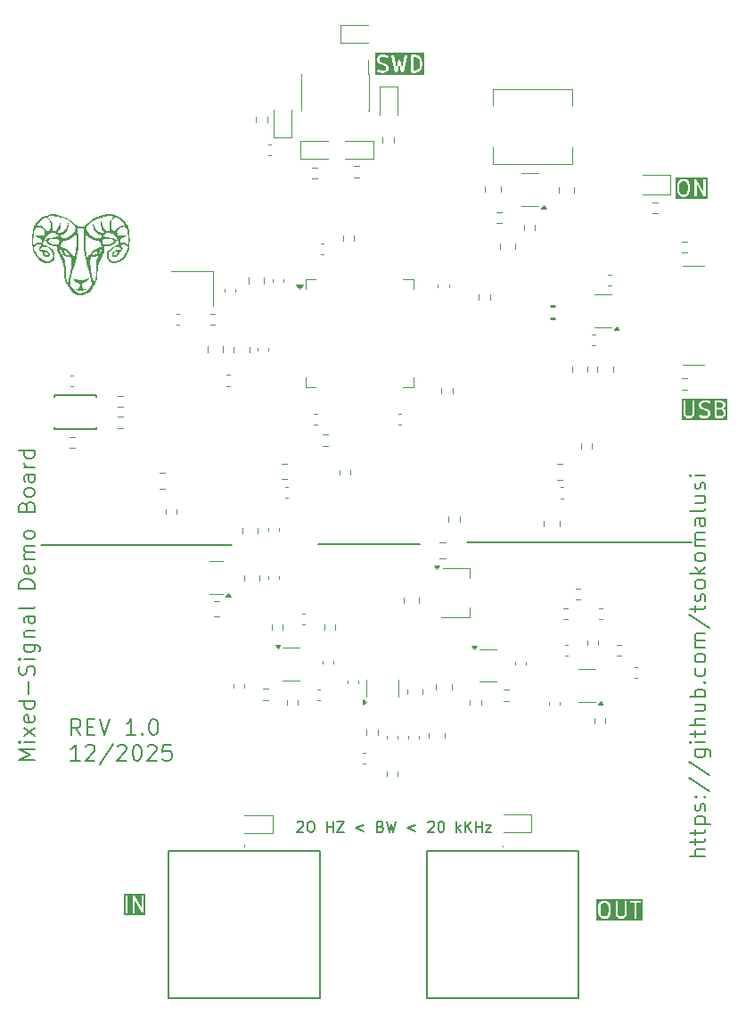
<source format=gbr>
%TF.GenerationSoftware,KiCad,Pcbnew,9.0.0*%
%TF.CreationDate,2025-12-13T14:21:09+02:00*%
%TF.ProjectId,mixed_signal_hw_pcb,6d697865-645f-4736-9967-6e616c5f6877,rev?*%
%TF.SameCoordinates,Original*%
%TF.FileFunction,Legend,Top*%
%TF.FilePolarity,Positive*%
%FSLAX46Y46*%
G04 Gerber Fmt 4.6, Leading zero omitted, Abs format (unit mm)*
G04 Created by KiCad (PCBNEW 9.0.0) date 2025-12-13 14:21:09*
%MOMM*%
%LPD*%
G01*
G04 APERTURE LIST*
%ADD10C,0.200000*%
%ADD11C,0.000000*%
%ADD12C,0.120000*%
%ADD13C,0.100000*%
%ADD14C,0.152400*%
%ADD15C,0.254000*%
G04 APERTURE END LIST*
D10*
X102830000Y-76765000D02*
X124190000Y-76765000D01*
X88740000Y-76870000D02*
X98370000Y-76870000D01*
X80470000Y-76970000D02*
X62360000Y-76970000D01*
X125486028Y-106531279D02*
X123986028Y-106531279D01*
X125486028Y-105888422D02*
X124700314Y-105888422D01*
X124700314Y-105888422D02*
X124557457Y-105959850D01*
X124557457Y-105959850D02*
X124486028Y-106102707D01*
X124486028Y-106102707D02*
X124486028Y-106316993D01*
X124486028Y-106316993D02*
X124557457Y-106459850D01*
X124557457Y-106459850D02*
X124628885Y-106531279D01*
X124486028Y-105388421D02*
X124486028Y-104816993D01*
X123986028Y-105174136D02*
X125271742Y-105174136D01*
X125271742Y-105174136D02*
X125414600Y-105102707D01*
X125414600Y-105102707D02*
X125486028Y-104959850D01*
X125486028Y-104959850D02*
X125486028Y-104816993D01*
X124486028Y-104531278D02*
X124486028Y-103959850D01*
X123986028Y-104316993D02*
X125271742Y-104316993D01*
X125271742Y-104316993D02*
X125414600Y-104245564D01*
X125414600Y-104245564D02*
X125486028Y-104102707D01*
X125486028Y-104102707D02*
X125486028Y-103959850D01*
X124486028Y-103459850D02*
X125986028Y-103459850D01*
X124557457Y-103459850D02*
X124486028Y-103316993D01*
X124486028Y-103316993D02*
X124486028Y-103031278D01*
X124486028Y-103031278D02*
X124557457Y-102888421D01*
X124557457Y-102888421D02*
X124628885Y-102816993D01*
X124628885Y-102816993D02*
X124771742Y-102745564D01*
X124771742Y-102745564D02*
X125200314Y-102745564D01*
X125200314Y-102745564D02*
X125343171Y-102816993D01*
X125343171Y-102816993D02*
X125414600Y-102888421D01*
X125414600Y-102888421D02*
X125486028Y-103031278D01*
X125486028Y-103031278D02*
X125486028Y-103316993D01*
X125486028Y-103316993D02*
X125414600Y-103459850D01*
X125414600Y-102174135D02*
X125486028Y-102031278D01*
X125486028Y-102031278D02*
X125486028Y-101745564D01*
X125486028Y-101745564D02*
X125414600Y-101602707D01*
X125414600Y-101602707D02*
X125271742Y-101531278D01*
X125271742Y-101531278D02*
X125200314Y-101531278D01*
X125200314Y-101531278D02*
X125057457Y-101602707D01*
X125057457Y-101602707D02*
X124986028Y-101745564D01*
X124986028Y-101745564D02*
X124986028Y-101959850D01*
X124986028Y-101959850D02*
X124914600Y-102102707D01*
X124914600Y-102102707D02*
X124771742Y-102174135D01*
X124771742Y-102174135D02*
X124700314Y-102174135D01*
X124700314Y-102174135D02*
X124557457Y-102102707D01*
X124557457Y-102102707D02*
X124486028Y-101959850D01*
X124486028Y-101959850D02*
X124486028Y-101745564D01*
X124486028Y-101745564D02*
X124557457Y-101602707D01*
X125343171Y-100888421D02*
X125414600Y-100816992D01*
X125414600Y-100816992D02*
X125486028Y-100888421D01*
X125486028Y-100888421D02*
X125414600Y-100959849D01*
X125414600Y-100959849D02*
X125343171Y-100888421D01*
X125343171Y-100888421D02*
X125486028Y-100888421D01*
X124557457Y-100888421D02*
X124628885Y-100816992D01*
X124628885Y-100816992D02*
X124700314Y-100888421D01*
X124700314Y-100888421D02*
X124628885Y-100959849D01*
X124628885Y-100959849D02*
X124557457Y-100888421D01*
X124557457Y-100888421D02*
X124700314Y-100888421D01*
X123914600Y-99102706D02*
X125843171Y-100388420D01*
X123914600Y-97531277D02*
X125843171Y-98816991D01*
X124486028Y-96388420D02*
X125700314Y-96388420D01*
X125700314Y-96388420D02*
X125843171Y-96459848D01*
X125843171Y-96459848D02*
X125914600Y-96531277D01*
X125914600Y-96531277D02*
X125986028Y-96674134D01*
X125986028Y-96674134D02*
X125986028Y-96888420D01*
X125986028Y-96888420D02*
X125914600Y-97031277D01*
X125414600Y-96388420D02*
X125486028Y-96531277D01*
X125486028Y-96531277D02*
X125486028Y-96816991D01*
X125486028Y-96816991D02*
X125414600Y-96959848D01*
X125414600Y-96959848D02*
X125343171Y-97031277D01*
X125343171Y-97031277D02*
X125200314Y-97102705D01*
X125200314Y-97102705D02*
X124771742Y-97102705D01*
X124771742Y-97102705D02*
X124628885Y-97031277D01*
X124628885Y-97031277D02*
X124557457Y-96959848D01*
X124557457Y-96959848D02*
X124486028Y-96816991D01*
X124486028Y-96816991D02*
X124486028Y-96531277D01*
X124486028Y-96531277D02*
X124557457Y-96388420D01*
X125486028Y-95674134D02*
X124486028Y-95674134D01*
X123986028Y-95674134D02*
X124057457Y-95745562D01*
X124057457Y-95745562D02*
X124128885Y-95674134D01*
X124128885Y-95674134D02*
X124057457Y-95602705D01*
X124057457Y-95602705D02*
X123986028Y-95674134D01*
X123986028Y-95674134D02*
X124128885Y-95674134D01*
X124486028Y-95174133D02*
X124486028Y-94602705D01*
X123986028Y-94959848D02*
X125271742Y-94959848D01*
X125271742Y-94959848D02*
X125414600Y-94888419D01*
X125414600Y-94888419D02*
X125486028Y-94745562D01*
X125486028Y-94745562D02*
X125486028Y-94602705D01*
X125486028Y-94102705D02*
X123986028Y-94102705D01*
X125486028Y-93459848D02*
X124700314Y-93459848D01*
X124700314Y-93459848D02*
X124557457Y-93531276D01*
X124557457Y-93531276D02*
X124486028Y-93674133D01*
X124486028Y-93674133D02*
X124486028Y-93888419D01*
X124486028Y-93888419D02*
X124557457Y-94031276D01*
X124557457Y-94031276D02*
X124628885Y-94102705D01*
X124486028Y-92102705D02*
X125486028Y-92102705D01*
X124486028Y-92745562D02*
X125271742Y-92745562D01*
X125271742Y-92745562D02*
X125414600Y-92674133D01*
X125414600Y-92674133D02*
X125486028Y-92531276D01*
X125486028Y-92531276D02*
X125486028Y-92316990D01*
X125486028Y-92316990D02*
X125414600Y-92174133D01*
X125414600Y-92174133D02*
X125343171Y-92102705D01*
X125486028Y-91388419D02*
X123986028Y-91388419D01*
X124557457Y-91388419D02*
X124486028Y-91245562D01*
X124486028Y-91245562D02*
X124486028Y-90959847D01*
X124486028Y-90959847D02*
X124557457Y-90816990D01*
X124557457Y-90816990D02*
X124628885Y-90745562D01*
X124628885Y-90745562D02*
X124771742Y-90674133D01*
X124771742Y-90674133D02*
X125200314Y-90674133D01*
X125200314Y-90674133D02*
X125343171Y-90745562D01*
X125343171Y-90745562D02*
X125414600Y-90816990D01*
X125414600Y-90816990D02*
X125486028Y-90959847D01*
X125486028Y-90959847D02*
X125486028Y-91245562D01*
X125486028Y-91245562D02*
X125414600Y-91388419D01*
X125343171Y-90031276D02*
X125414600Y-89959847D01*
X125414600Y-89959847D02*
X125486028Y-90031276D01*
X125486028Y-90031276D02*
X125414600Y-90102704D01*
X125414600Y-90102704D02*
X125343171Y-90031276D01*
X125343171Y-90031276D02*
X125486028Y-90031276D01*
X125414600Y-88674133D02*
X125486028Y-88816990D01*
X125486028Y-88816990D02*
X125486028Y-89102704D01*
X125486028Y-89102704D02*
X125414600Y-89245561D01*
X125414600Y-89245561D02*
X125343171Y-89316990D01*
X125343171Y-89316990D02*
X125200314Y-89388418D01*
X125200314Y-89388418D02*
X124771742Y-89388418D01*
X124771742Y-89388418D02*
X124628885Y-89316990D01*
X124628885Y-89316990D02*
X124557457Y-89245561D01*
X124557457Y-89245561D02*
X124486028Y-89102704D01*
X124486028Y-89102704D02*
X124486028Y-88816990D01*
X124486028Y-88816990D02*
X124557457Y-88674133D01*
X125486028Y-87816990D02*
X125414600Y-87959847D01*
X125414600Y-87959847D02*
X125343171Y-88031276D01*
X125343171Y-88031276D02*
X125200314Y-88102704D01*
X125200314Y-88102704D02*
X124771742Y-88102704D01*
X124771742Y-88102704D02*
X124628885Y-88031276D01*
X124628885Y-88031276D02*
X124557457Y-87959847D01*
X124557457Y-87959847D02*
X124486028Y-87816990D01*
X124486028Y-87816990D02*
X124486028Y-87602704D01*
X124486028Y-87602704D02*
X124557457Y-87459847D01*
X124557457Y-87459847D02*
X124628885Y-87388419D01*
X124628885Y-87388419D02*
X124771742Y-87316990D01*
X124771742Y-87316990D02*
X125200314Y-87316990D01*
X125200314Y-87316990D02*
X125343171Y-87388419D01*
X125343171Y-87388419D02*
X125414600Y-87459847D01*
X125414600Y-87459847D02*
X125486028Y-87602704D01*
X125486028Y-87602704D02*
X125486028Y-87816990D01*
X125486028Y-86674133D02*
X124486028Y-86674133D01*
X124628885Y-86674133D02*
X124557457Y-86602704D01*
X124557457Y-86602704D02*
X124486028Y-86459847D01*
X124486028Y-86459847D02*
X124486028Y-86245561D01*
X124486028Y-86245561D02*
X124557457Y-86102704D01*
X124557457Y-86102704D02*
X124700314Y-86031276D01*
X124700314Y-86031276D02*
X125486028Y-86031276D01*
X124700314Y-86031276D02*
X124557457Y-85959847D01*
X124557457Y-85959847D02*
X124486028Y-85816990D01*
X124486028Y-85816990D02*
X124486028Y-85602704D01*
X124486028Y-85602704D02*
X124557457Y-85459847D01*
X124557457Y-85459847D02*
X124700314Y-85388418D01*
X124700314Y-85388418D02*
X125486028Y-85388418D01*
X123914600Y-83602704D02*
X125843171Y-84888418D01*
X124486028Y-83316989D02*
X124486028Y-82745561D01*
X123986028Y-83102704D02*
X125271742Y-83102704D01*
X125271742Y-83102704D02*
X125414600Y-83031275D01*
X125414600Y-83031275D02*
X125486028Y-82888418D01*
X125486028Y-82888418D02*
X125486028Y-82745561D01*
X125414600Y-82316989D02*
X125486028Y-82174132D01*
X125486028Y-82174132D02*
X125486028Y-81888418D01*
X125486028Y-81888418D02*
X125414600Y-81745561D01*
X125414600Y-81745561D02*
X125271742Y-81674132D01*
X125271742Y-81674132D02*
X125200314Y-81674132D01*
X125200314Y-81674132D02*
X125057457Y-81745561D01*
X125057457Y-81745561D02*
X124986028Y-81888418D01*
X124986028Y-81888418D02*
X124986028Y-82102704D01*
X124986028Y-82102704D02*
X124914600Y-82245561D01*
X124914600Y-82245561D02*
X124771742Y-82316989D01*
X124771742Y-82316989D02*
X124700314Y-82316989D01*
X124700314Y-82316989D02*
X124557457Y-82245561D01*
X124557457Y-82245561D02*
X124486028Y-82102704D01*
X124486028Y-82102704D02*
X124486028Y-81888418D01*
X124486028Y-81888418D02*
X124557457Y-81745561D01*
X125486028Y-80816989D02*
X125414600Y-80959846D01*
X125414600Y-80959846D02*
X125343171Y-81031275D01*
X125343171Y-81031275D02*
X125200314Y-81102703D01*
X125200314Y-81102703D02*
X124771742Y-81102703D01*
X124771742Y-81102703D02*
X124628885Y-81031275D01*
X124628885Y-81031275D02*
X124557457Y-80959846D01*
X124557457Y-80959846D02*
X124486028Y-80816989D01*
X124486028Y-80816989D02*
X124486028Y-80602703D01*
X124486028Y-80602703D02*
X124557457Y-80459846D01*
X124557457Y-80459846D02*
X124628885Y-80388418D01*
X124628885Y-80388418D02*
X124771742Y-80316989D01*
X124771742Y-80316989D02*
X125200314Y-80316989D01*
X125200314Y-80316989D02*
X125343171Y-80388418D01*
X125343171Y-80388418D02*
X125414600Y-80459846D01*
X125414600Y-80459846D02*
X125486028Y-80602703D01*
X125486028Y-80602703D02*
X125486028Y-80816989D01*
X125486028Y-79674132D02*
X123986028Y-79674132D01*
X124914600Y-79531275D02*
X125486028Y-79102703D01*
X124486028Y-79102703D02*
X125057457Y-79674132D01*
X125486028Y-78245560D02*
X125414600Y-78388417D01*
X125414600Y-78388417D02*
X125343171Y-78459846D01*
X125343171Y-78459846D02*
X125200314Y-78531274D01*
X125200314Y-78531274D02*
X124771742Y-78531274D01*
X124771742Y-78531274D02*
X124628885Y-78459846D01*
X124628885Y-78459846D02*
X124557457Y-78388417D01*
X124557457Y-78388417D02*
X124486028Y-78245560D01*
X124486028Y-78245560D02*
X124486028Y-78031274D01*
X124486028Y-78031274D02*
X124557457Y-77888417D01*
X124557457Y-77888417D02*
X124628885Y-77816989D01*
X124628885Y-77816989D02*
X124771742Y-77745560D01*
X124771742Y-77745560D02*
X125200314Y-77745560D01*
X125200314Y-77745560D02*
X125343171Y-77816989D01*
X125343171Y-77816989D02*
X125414600Y-77888417D01*
X125414600Y-77888417D02*
X125486028Y-78031274D01*
X125486028Y-78031274D02*
X125486028Y-78245560D01*
X125486028Y-77102703D02*
X124486028Y-77102703D01*
X124628885Y-77102703D02*
X124557457Y-77031274D01*
X124557457Y-77031274D02*
X124486028Y-76888417D01*
X124486028Y-76888417D02*
X124486028Y-76674131D01*
X124486028Y-76674131D02*
X124557457Y-76531274D01*
X124557457Y-76531274D02*
X124700314Y-76459846D01*
X124700314Y-76459846D02*
X125486028Y-76459846D01*
X124700314Y-76459846D02*
X124557457Y-76388417D01*
X124557457Y-76388417D02*
X124486028Y-76245560D01*
X124486028Y-76245560D02*
X124486028Y-76031274D01*
X124486028Y-76031274D02*
X124557457Y-75888417D01*
X124557457Y-75888417D02*
X124700314Y-75816988D01*
X124700314Y-75816988D02*
X125486028Y-75816988D01*
X125486028Y-74459846D02*
X124700314Y-74459846D01*
X124700314Y-74459846D02*
X124557457Y-74531274D01*
X124557457Y-74531274D02*
X124486028Y-74674131D01*
X124486028Y-74674131D02*
X124486028Y-74959846D01*
X124486028Y-74959846D02*
X124557457Y-75102703D01*
X125414600Y-74459846D02*
X125486028Y-74602703D01*
X125486028Y-74602703D02*
X125486028Y-74959846D01*
X125486028Y-74959846D02*
X125414600Y-75102703D01*
X125414600Y-75102703D02*
X125271742Y-75174131D01*
X125271742Y-75174131D02*
X125128885Y-75174131D01*
X125128885Y-75174131D02*
X124986028Y-75102703D01*
X124986028Y-75102703D02*
X124914600Y-74959846D01*
X124914600Y-74959846D02*
X124914600Y-74602703D01*
X124914600Y-74602703D02*
X124843171Y-74459846D01*
X125486028Y-73531274D02*
X125414600Y-73674131D01*
X125414600Y-73674131D02*
X125271742Y-73745560D01*
X125271742Y-73745560D02*
X123986028Y-73745560D01*
X124486028Y-72316989D02*
X125486028Y-72316989D01*
X124486028Y-72959846D02*
X125271742Y-72959846D01*
X125271742Y-72959846D02*
X125414600Y-72888417D01*
X125414600Y-72888417D02*
X125486028Y-72745560D01*
X125486028Y-72745560D02*
X125486028Y-72531274D01*
X125486028Y-72531274D02*
X125414600Y-72388417D01*
X125414600Y-72388417D02*
X125343171Y-72316989D01*
X125414600Y-71674131D02*
X125486028Y-71531274D01*
X125486028Y-71531274D02*
X125486028Y-71245560D01*
X125486028Y-71245560D02*
X125414600Y-71102703D01*
X125414600Y-71102703D02*
X125271742Y-71031274D01*
X125271742Y-71031274D02*
X125200314Y-71031274D01*
X125200314Y-71031274D02*
X125057457Y-71102703D01*
X125057457Y-71102703D02*
X124986028Y-71245560D01*
X124986028Y-71245560D02*
X124986028Y-71459846D01*
X124986028Y-71459846D02*
X124914600Y-71602703D01*
X124914600Y-71602703D02*
X124771742Y-71674131D01*
X124771742Y-71674131D02*
X124700314Y-71674131D01*
X124700314Y-71674131D02*
X124557457Y-71602703D01*
X124557457Y-71602703D02*
X124486028Y-71459846D01*
X124486028Y-71459846D02*
X124486028Y-71245560D01*
X124486028Y-71245560D02*
X124557457Y-71102703D01*
X125486028Y-70388417D02*
X124486028Y-70388417D01*
X123986028Y-70388417D02*
X124057457Y-70459845D01*
X124057457Y-70459845D02*
X124128885Y-70388417D01*
X124128885Y-70388417D02*
X124057457Y-70316988D01*
X124057457Y-70316988D02*
X123986028Y-70388417D01*
X123986028Y-70388417D02*
X124128885Y-70388417D01*
X66135863Y-95021112D02*
X65635863Y-94306826D01*
X65278720Y-95021112D02*
X65278720Y-93521112D01*
X65278720Y-93521112D02*
X65850149Y-93521112D01*
X65850149Y-93521112D02*
X65993006Y-93592541D01*
X65993006Y-93592541D02*
X66064435Y-93663969D01*
X66064435Y-93663969D02*
X66135863Y-93806826D01*
X66135863Y-93806826D02*
X66135863Y-94021112D01*
X66135863Y-94021112D02*
X66064435Y-94163969D01*
X66064435Y-94163969D02*
X65993006Y-94235398D01*
X65993006Y-94235398D02*
X65850149Y-94306826D01*
X65850149Y-94306826D02*
X65278720Y-94306826D01*
X66778720Y-94235398D02*
X67278720Y-94235398D01*
X67493006Y-95021112D02*
X66778720Y-95021112D01*
X66778720Y-95021112D02*
X66778720Y-93521112D01*
X66778720Y-93521112D02*
X67493006Y-93521112D01*
X67921578Y-93521112D02*
X68421578Y-95021112D01*
X68421578Y-95021112D02*
X68921578Y-93521112D01*
X71350149Y-95021112D02*
X70493006Y-95021112D01*
X70921577Y-95021112D02*
X70921577Y-93521112D01*
X70921577Y-93521112D02*
X70778720Y-93735398D01*
X70778720Y-93735398D02*
X70635863Y-93878255D01*
X70635863Y-93878255D02*
X70493006Y-93949684D01*
X71993005Y-94878255D02*
X72064434Y-94949684D01*
X72064434Y-94949684D02*
X71993005Y-95021112D01*
X71993005Y-95021112D02*
X71921577Y-94949684D01*
X71921577Y-94949684D02*
X71993005Y-94878255D01*
X71993005Y-94878255D02*
X71993005Y-95021112D01*
X72993006Y-93521112D02*
X73135863Y-93521112D01*
X73135863Y-93521112D02*
X73278720Y-93592541D01*
X73278720Y-93592541D02*
X73350149Y-93663969D01*
X73350149Y-93663969D02*
X73421577Y-93806826D01*
X73421577Y-93806826D02*
X73493006Y-94092541D01*
X73493006Y-94092541D02*
X73493006Y-94449684D01*
X73493006Y-94449684D02*
X73421577Y-94735398D01*
X73421577Y-94735398D02*
X73350149Y-94878255D01*
X73350149Y-94878255D02*
X73278720Y-94949684D01*
X73278720Y-94949684D02*
X73135863Y-95021112D01*
X73135863Y-95021112D02*
X72993006Y-95021112D01*
X72993006Y-95021112D02*
X72850149Y-94949684D01*
X72850149Y-94949684D02*
X72778720Y-94878255D01*
X72778720Y-94878255D02*
X72707291Y-94735398D01*
X72707291Y-94735398D02*
X72635863Y-94449684D01*
X72635863Y-94449684D02*
X72635863Y-94092541D01*
X72635863Y-94092541D02*
X72707291Y-93806826D01*
X72707291Y-93806826D02*
X72778720Y-93663969D01*
X72778720Y-93663969D02*
X72850149Y-93592541D01*
X72850149Y-93592541D02*
X72993006Y-93521112D01*
X66064435Y-97436028D02*
X65207292Y-97436028D01*
X65635863Y-97436028D02*
X65635863Y-95936028D01*
X65635863Y-95936028D02*
X65493006Y-96150314D01*
X65493006Y-96150314D02*
X65350149Y-96293171D01*
X65350149Y-96293171D02*
X65207292Y-96364600D01*
X66635863Y-96078885D02*
X66707291Y-96007457D01*
X66707291Y-96007457D02*
X66850149Y-95936028D01*
X66850149Y-95936028D02*
X67207291Y-95936028D01*
X67207291Y-95936028D02*
X67350149Y-96007457D01*
X67350149Y-96007457D02*
X67421577Y-96078885D01*
X67421577Y-96078885D02*
X67493006Y-96221742D01*
X67493006Y-96221742D02*
X67493006Y-96364600D01*
X67493006Y-96364600D02*
X67421577Y-96578885D01*
X67421577Y-96578885D02*
X66564434Y-97436028D01*
X66564434Y-97436028D02*
X67493006Y-97436028D01*
X69207291Y-95864600D02*
X67921577Y-97793171D01*
X69635863Y-96078885D02*
X69707291Y-96007457D01*
X69707291Y-96007457D02*
X69850149Y-95936028D01*
X69850149Y-95936028D02*
X70207291Y-95936028D01*
X70207291Y-95936028D02*
X70350149Y-96007457D01*
X70350149Y-96007457D02*
X70421577Y-96078885D01*
X70421577Y-96078885D02*
X70493006Y-96221742D01*
X70493006Y-96221742D02*
X70493006Y-96364600D01*
X70493006Y-96364600D02*
X70421577Y-96578885D01*
X70421577Y-96578885D02*
X69564434Y-97436028D01*
X69564434Y-97436028D02*
X70493006Y-97436028D01*
X71421577Y-95936028D02*
X71564434Y-95936028D01*
X71564434Y-95936028D02*
X71707291Y-96007457D01*
X71707291Y-96007457D02*
X71778720Y-96078885D01*
X71778720Y-96078885D02*
X71850148Y-96221742D01*
X71850148Y-96221742D02*
X71921577Y-96507457D01*
X71921577Y-96507457D02*
X71921577Y-96864600D01*
X71921577Y-96864600D02*
X71850148Y-97150314D01*
X71850148Y-97150314D02*
X71778720Y-97293171D01*
X71778720Y-97293171D02*
X71707291Y-97364600D01*
X71707291Y-97364600D02*
X71564434Y-97436028D01*
X71564434Y-97436028D02*
X71421577Y-97436028D01*
X71421577Y-97436028D02*
X71278720Y-97364600D01*
X71278720Y-97364600D02*
X71207291Y-97293171D01*
X71207291Y-97293171D02*
X71135862Y-97150314D01*
X71135862Y-97150314D02*
X71064434Y-96864600D01*
X71064434Y-96864600D02*
X71064434Y-96507457D01*
X71064434Y-96507457D02*
X71135862Y-96221742D01*
X71135862Y-96221742D02*
X71207291Y-96078885D01*
X71207291Y-96078885D02*
X71278720Y-96007457D01*
X71278720Y-96007457D02*
X71421577Y-95936028D01*
X72493005Y-96078885D02*
X72564433Y-96007457D01*
X72564433Y-96007457D02*
X72707291Y-95936028D01*
X72707291Y-95936028D02*
X73064433Y-95936028D01*
X73064433Y-95936028D02*
X73207291Y-96007457D01*
X73207291Y-96007457D02*
X73278719Y-96078885D01*
X73278719Y-96078885D02*
X73350148Y-96221742D01*
X73350148Y-96221742D02*
X73350148Y-96364600D01*
X73350148Y-96364600D02*
X73278719Y-96578885D01*
X73278719Y-96578885D02*
X72421576Y-97436028D01*
X72421576Y-97436028D02*
X73350148Y-97436028D01*
X74707290Y-95936028D02*
X73993004Y-95936028D01*
X73993004Y-95936028D02*
X73921576Y-96650314D01*
X73921576Y-96650314D02*
X73993004Y-96578885D01*
X73993004Y-96578885D02*
X74135862Y-96507457D01*
X74135862Y-96507457D02*
X74493004Y-96507457D01*
X74493004Y-96507457D02*
X74635862Y-96578885D01*
X74635862Y-96578885D02*
X74707290Y-96650314D01*
X74707290Y-96650314D02*
X74778719Y-96793171D01*
X74778719Y-96793171D02*
X74778719Y-97150314D01*
X74778719Y-97150314D02*
X74707290Y-97293171D01*
X74707290Y-97293171D02*
X74635862Y-97364600D01*
X74635862Y-97364600D02*
X74493004Y-97436028D01*
X74493004Y-97436028D02*
X74135862Y-97436028D01*
X74135862Y-97436028D02*
X73993004Y-97364600D01*
X73993004Y-97364600D02*
X73921576Y-97293171D01*
X61766028Y-97381279D02*
X60266028Y-97381279D01*
X60266028Y-97381279D02*
X61337457Y-96881279D01*
X61337457Y-96881279D02*
X60266028Y-96381279D01*
X60266028Y-96381279D02*
X61766028Y-96381279D01*
X61766028Y-95666993D02*
X60766028Y-95666993D01*
X60266028Y-95666993D02*
X60337457Y-95738421D01*
X60337457Y-95738421D02*
X60408885Y-95666993D01*
X60408885Y-95666993D02*
X60337457Y-95595564D01*
X60337457Y-95595564D02*
X60266028Y-95666993D01*
X60266028Y-95666993D02*
X60408885Y-95666993D01*
X61766028Y-95095564D02*
X60766028Y-94309850D01*
X60766028Y-95095564D02*
X61766028Y-94309850D01*
X61694600Y-93166992D02*
X61766028Y-93309849D01*
X61766028Y-93309849D02*
X61766028Y-93595564D01*
X61766028Y-93595564D02*
X61694600Y-93738421D01*
X61694600Y-93738421D02*
X61551742Y-93809849D01*
X61551742Y-93809849D02*
X60980314Y-93809849D01*
X60980314Y-93809849D02*
X60837457Y-93738421D01*
X60837457Y-93738421D02*
X60766028Y-93595564D01*
X60766028Y-93595564D02*
X60766028Y-93309849D01*
X60766028Y-93309849D02*
X60837457Y-93166992D01*
X60837457Y-93166992D02*
X60980314Y-93095564D01*
X60980314Y-93095564D02*
X61123171Y-93095564D01*
X61123171Y-93095564D02*
X61266028Y-93809849D01*
X61766028Y-91809850D02*
X60266028Y-91809850D01*
X61694600Y-91809850D02*
X61766028Y-91952707D01*
X61766028Y-91952707D02*
X61766028Y-92238421D01*
X61766028Y-92238421D02*
X61694600Y-92381278D01*
X61694600Y-92381278D02*
X61623171Y-92452707D01*
X61623171Y-92452707D02*
X61480314Y-92524135D01*
X61480314Y-92524135D02*
X61051742Y-92524135D01*
X61051742Y-92524135D02*
X60908885Y-92452707D01*
X60908885Y-92452707D02*
X60837457Y-92381278D01*
X60837457Y-92381278D02*
X60766028Y-92238421D01*
X60766028Y-92238421D02*
X60766028Y-91952707D01*
X60766028Y-91952707D02*
X60837457Y-91809850D01*
X61194600Y-91095564D02*
X61194600Y-89952707D01*
X61694600Y-89309849D02*
X61766028Y-89095564D01*
X61766028Y-89095564D02*
X61766028Y-88738421D01*
X61766028Y-88738421D02*
X61694600Y-88595564D01*
X61694600Y-88595564D02*
X61623171Y-88524135D01*
X61623171Y-88524135D02*
X61480314Y-88452706D01*
X61480314Y-88452706D02*
X61337457Y-88452706D01*
X61337457Y-88452706D02*
X61194600Y-88524135D01*
X61194600Y-88524135D02*
X61123171Y-88595564D01*
X61123171Y-88595564D02*
X61051742Y-88738421D01*
X61051742Y-88738421D02*
X60980314Y-89024135D01*
X60980314Y-89024135D02*
X60908885Y-89166992D01*
X60908885Y-89166992D02*
X60837457Y-89238421D01*
X60837457Y-89238421D02*
X60694600Y-89309849D01*
X60694600Y-89309849D02*
X60551742Y-89309849D01*
X60551742Y-89309849D02*
X60408885Y-89238421D01*
X60408885Y-89238421D02*
X60337457Y-89166992D01*
X60337457Y-89166992D02*
X60266028Y-89024135D01*
X60266028Y-89024135D02*
X60266028Y-88666992D01*
X60266028Y-88666992D02*
X60337457Y-88452706D01*
X61766028Y-87809850D02*
X60766028Y-87809850D01*
X60266028Y-87809850D02*
X60337457Y-87881278D01*
X60337457Y-87881278D02*
X60408885Y-87809850D01*
X60408885Y-87809850D02*
X60337457Y-87738421D01*
X60337457Y-87738421D02*
X60266028Y-87809850D01*
X60266028Y-87809850D02*
X60408885Y-87809850D01*
X60766028Y-86452707D02*
X61980314Y-86452707D01*
X61980314Y-86452707D02*
X62123171Y-86524135D01*
X62123171Y-86524135D02*
X62194600Y-86595564D01*
X62194600Y-86595564D02*
X62266028Y-86738421D01*
X62266028Y-86738421D02*
X62266028Y-86952707D01*
X62266028Y-86952707D02*
X62194600Y-87095564D01*
X61694600Y-86452707D02*
X61766028Y-86595564D01*
X61766028Y-86595564D02*
X61766028Y-86881278D01*
X61766028Y-86881278D02*
X61694600Y-87024135D01*
X61694600Y-87024135D02*
X61623171Y-87095564D01*
X61623171Y-87095564D02*
X61480314Y-87166992D01*
X61480314Y-87166992D02*
X61051742Y-87166992D01*
X61051742Y-87166992D02*
X60908885Y-87095564D01*
X60908885Y-87095564D02*
X60837457Y-87024135D01*
X60837457Y-87024135D02*
X60766028Y-86881278D01*
X60766028Y-86881278D02*
X60766028Y-86595564D01*
X60766028Y-86595564D02*
X60837457Y-86452707D01*
X60766028Y-85738421D02*
X61766028Y-85738421D01*
X60908885Y-85738421D02*
X60837457Y-85666992D01*
X60837457Y-85666992D02*
X60766028Y-85524135D01*
X60766028Y-85524135D02*
X60766028Y-85309849D01*
X60766028Y-85309849D02*
X60837457Y-85166992D01*
X60837457Y-85166992D02*
X60980314Y-85095564D01*
X60980314Y-85095564D02*
X61766028Y-85095564D01*
X61766028Y-83738421D02*
X60980314Y-83738421D01*
X60980314Y-83738421D02*
X60837457Y-83809849D01*
X60837457Y-83809849D02*
X60766028Y-83952706D01*
X60766028Y-83952706D02*
X60766028Y-84238421D01*
X60766028Y-84238421D02*
X60837457Y-84381278D01*
X61694600Y-83738421D02*
X61766028Y-83881278D01*
X61766028Y-83881278D02*
X61766028Y-84238421D01*
X61766028Y-84238421D02*
X61694600Y-84381278D01*
X61694600Y-84381278D02*
X61551742Y-84452706D01*
X61551742Y-84452706D02*
X61408885Y-84452706D01*
X61408885Y-84452706D02*
X61266028Y-84381278D01*
X61266028Y-84381278D02*
X61194600Y-84238421D01*
X61194600Y-84238421D02*
X61194600Y-83881278D01*
X61194600Y-83881278D02*
X61123171Y-83738421D01*
X61766028Y-82809849D02*
X61694600Y-82952706D01*
X61694600Y-82952706D02*
X61551742Y-83024135D01*
X61551742Y-83024135D02*
X60266028Y-83024135D01*
X61766028Y-81095564D02*
X60266028Y-81095564D01*
X60266028Y-81095564D02*
X60266028Y-80738421D01*
X60266028Y-80738421D02*
X60337457Y-80524135D01*
X60337457Y-80524135D02*
X60480314Y-80381278D01*
X60480314Y-80381278D02*
X60623171Y-80309849D01*
X60623171Y-80309849D02*
X60908885Y-80238421D01*
X60908885Y-80238421D02*
X61123171Y-80238421D01*
X61123171Y-80238421D02*
X61408885Y-80309849D01*
X61408885Y-80309849D02*
X61551742Y-80381278D01*
X61551742Y-80381278D02*
X61694600Y-80524135D01*
X61694600Y-80524135D02*
X61766028Y-80738421D01*
X61766028Y-80738421D02*
X61766028Y-81095564D01*
X61694600Y-79024135D02*
X61766028Y-79166992D01*
X61766028Y-79166992D02*
X61766028Y-79452707D01*
X61766028Y-79452707D02*
X61694600Y-79595564D01*
X61694600Y-79595564D02*
X61551742Y-79666992D01*
X61551742Y-79666992D02*
X60980314Y-79666992D01*
X60980314Y-79666992D02*
X60837457Y-79595564D01*
X60837457Y-79595564D02*
X60766028Y-79452707D01*
X60766028Y-79452707D02*
X60766028Y-79166992D01*
X60766028Y-79166992D02*
X60837457Y-79024135D01*
X60837457Y-79024135D02*
X60980314Y-78952707D01*
X60980314Y-78952707D02*
X61123171Y-78952707D01*
X61123171Y-78952707D02*
X61266028Y-79666992D01*
X61766028Y-78309850D02*
X60766028Y-78309850D01*
X60908885Y-78309850D02*
X60837457Y-78238421D01*
X60837457Y-78238421D02*
X60766028Y-78095564D01*
X60766028Y-78095564D02*
X60766028Y-77881278D01*
X60766028Y-77881278D02*
X60837457Y-77738421D01*
X60837457Y-77738421D02*
X60980314Y-77666993D01*
X60980314Y-77666993D02*
X61766028Y-77666993D01*
X60980314Y-77666993D02*
X60837457Y-77595564D01*
X60837457Y-77595564D02*
X60766028Y-77452707D01*
X60766028Y-77452707D02*
X60766028Y-77238421D01*
X60766028Y-77238421D02*
X60837457Y-77095564D01*
X60837457Y-77095564D02*
X60980314Y-77024135D01*
X60980314Y-77024135D02*
X61766028Y-77024135D01*
X61766028Y-76095564D02*
X61694600Y-76238421D01*
X61694600Y-76238421D02*
X61623171Y-76309850D01*
X61623171Y-76309850D02*
X61480314Y-76381278D01*
X61480314Y-76381278D02*
X61051742Y-76381278D01*
X61051742Y-76381278D02*
X60908885Y-76309850D01*
X60908885Y-76309850D02*
X60837457Y-76238421D01*
X60837457Y-76238421D02*
X60766028Y-76095564D01*
X60766028Y-76095564D02*
X60766028Y-75881278D01*
X60766028Y-75881278D02*
X60837457Y-75738421D01*
X60837457Y-75738421D02*
X60908885Y-75666993D01*
X60908885Y-75666993D02*
X61051742Y-75595564D01*
X61051742Y-75595564D02*
X61480314Y-75595564D01*
X61480314Y-75595564D02*
X61623171Y-75666993D01*
X61623171Y-75666993D02*
X61694600Y-75738421D01*
X61694600Y-75738421D02*
X61766028Y-75881278D01*
X61766028Y-75881278D02*
X61766028Y-76095564D01*
X60980314Y-73309850D02*
X61051742Y-73095564D01*
X61051742Y-73095564D02*
X61123171Y-73024135D01*
X61123171Y-73024135D02*
X61266028Y-72952707D01*
X61266028Y-72952707D02*
X61480314Y-72952707D01*
X61480314Y-72952707D02*
X61623171Y-73024135D01*
X61623171Y-73024135D02*
X61694600Y-73095564D01*
X61694600Y-73095564D02*
X61766028Y-73238421D01*
X61766028Y-73238421D02*
X61766028Y-73809850D01*
X61766028Y-73809850D02*
X60266028Y-73809850D01*
X60266028Y-73809850D02*
X60266028Y-73309850D01*
X60266028Y-73309850D02*
X60337457Y-73166993D01*
X60337457Y-73166993D02*
X60408885Y-73095564D01*
X60408885Y-73095564D02*
X60551742Y-73024135D01*
X60551742Y-73024135D02*
X60694600Y-73024135D01*
X60694600Y-73024135D02*
X60837457Y-73095564D01*
X60837457Y-73095564D02*
X60908885Y-73166993D01*
X60908885Y-73166993D02*
X60980314Y-73309850D01*
X60980314Y-73309850D02*
X60980314Y-73809850D01*
X61766028Y-72095564D02*
X61694600Y-72238421D01*
X61694600Y-72238421D02*
X61623171Y-72309850D01*
X61623171Y-72309850D02*
X61480314Y-72381278D01*
X61480314Y-72381278D02*
X61051742Y-72381278D01*
X61051742Y-72381278D02*
X60908885Y-72309850D01*
X60908885Y-72309850D02*
X60837457Y-72238421D01*
X60837457Y-72238421D02*
X60766028Y-72095564D01*
X60766028Y-72095564D02*
X60766028Y-71881278D01*
X60766028Y-71881278D02*
X60837457Y-71738421D01*
X60837457Y-71738421D02*
X60908885Y-71666993D01*
X60908885Y-71666993D02*
X61051742Y-71595564D01*
X61051742Y-71595564D02*
X61480314Y-71595564D01*
X61480314Y-71595564D02*
X61623171Y-71666993D01*
X61623171Y-71666993D02*
X61694600Y-71738421D01*
X61694600Y-71738421D02*
X61766028Y-71881278D01*
X61766028Y-71881278D02*
X61766028Y-72095564D01*
X61766028Y-70309850D02*
X60980314Y-70309850D01*
X60980314Y-70309850D02*
X60837457Y-70381278D01*
X60837457Y-70381278D02*
X60766028Y-70524135D01*
X60766028Y-70524135D02*
X60766028Y-70809850D01*
X60766028Y-70809850D02*
X60837457Y-70952707D01*
X61694600Y-70309850D02*
X61766028Y-70452707D01*
X61766028Y-70452707D02*
X61766028Y-70809850D01*
X61766028Y-70809850D02*
X61694600Y-70952707D01*
X61694600Y-70952707D02*
X61551742Y-71024135D01*
X61551742Y-71024135D02*
X61408885Y-71024135D01*
X61408885Y-71024135D02*
X61266028Y-70952707D01*
X61266028Y-70952707D02*
X61194600Y-70809850D01*
X61194600Y-70809850D02*
X61194600Y-70452707D01*
X61194600Y-70452707D02*
X61123171Y-70309850D01*
X61766028Y-69595564D02*
X60766028Y-69595564D01*
X61051742Y-69595564D02*
X60908885Y-69524135D01*
X60908885Y-69524135D02*
X60837457Y-69452707D01*
X60837457Y-69452707D02*
X60766028Y-69309849D01*
X60766028Y-69309849D02*
X60766028Y-69166992D01*
X61766028Y-68024136D02*
X60266028Y-68024136D01*
X61694600Y-68024136D02*
X61766028Y-68166993D01*
X61766028Y-68166993D02*
X61766028Y-68452707D01*
X61766028Y-68452707D02*
X61694600Y-68595564D01*
X61694600Y-68595564D02*
X61623171Y-68666993D01*
X61623171Y-68666993D02*
X61480314Y-68738421D01*
X61480314Y-68738421D02*
X61051742Y-68738421D01*
X61051742Y-68738421D02*
X60908885Y-68666993D01*
X60908885Y-68666993D02*
X60837457Y-68595564D01*
X60837457Y-68595564D02*
X60766028Y-68452707D01*
X60766028Y-68452707D02*
X60766028Y-68166993D01*
X60766028Y-68166993D02*
X60837457Y-68024136D01*
X86722054Y-103312457D02*
X86769673Y-103264838D01*
X86769673Y-103264838D02*
X86864911Y-103217219D01*
X86864911Y-103217219D02*
X87103006Y-103217219D01*
X87103006Y-103217219D02*
X87198244Y-103264838D01*
X87198244Y-103264838D02*
X87245863Y-103312457D01*
X87245863Y-103312457D02*
X87293482Y-103407695D01*
X87293482Y-103407695D02*
X87293482Y-103502933D01*
X87293482Y-103502933D02*
X87245863Y-103645790D01*
X87245863Y-103645790D02*
X86674435Y-104217219D01*
X86674435Y-104217219D02*
X87293482Y-104217219D01*
X87912530Y-103217219D02*
X88103006Y-103217219D01*
X88103006Y-103217219D02*
X88198244Y-103264838D01*
X88198244Y-103264838D02*
X88293482Y-103360076D01*
X88293482Y-103360076D02*
X88341101Y-103550552D01*
X88341101Y-103550552D02*
X88341101Y-103883885D01*
X88341101Y-103883885D02*
X88293482Y-104074361D01*
X88293482Y-104074361D02*
X88198244Y-104169600D01*
X88198244Y-104169600D02*
X88103006Y-104217219D01*
X88103006Y-104217219D02*
X87912530Y-104217219D01*
X87912530Y-104217219D02*
X87817292Y-104169600D01*
X87817292Y-104169600D02*
X87722054Y-104074361D01*
X87722054Y-104074361D02*
X87674435Y-103883885D01*
X87674435Y-103883885D02*
X87674435Y-103550552D01*
X87674435Y-103550552D02*
X87722054Y-103360076D01*
X87722054Y-103360076D02*
X87817292Y-103264838D01*
X87817292Y-103264838D02*
X87912530Y-103217219D01*
X89531578Y-104217219D02*
X89531578Y-103217219D01*
X89531578Y-103693409D02*
X90103006Y-103693409D01*
X90103006Y-104217219D02*
X90103006Y-103217219D01*
X90483959Y-103217219D02*
X91150625Y-103217219D01*
X91150625Y-103217219D02*
X90483959Y-104217219D01*
X90483959Y-104217219D02*
X91150625Y-104217219D01*
X93055388Y-103550552D02*
X92293483Y-103836266D01*
X92293483Y-103836266D02*
X93055388Y-104121980D01*
X94626816Y-103693409D02*
X94769673Y-103741028D01*
X94769673Y-103741028D02*
X94817292Y-103788647D01*
X94817292Y-103788647D02*
X94864911Y-103883885D01*
X94864911Y-103883885D02*
X94864911Y-104026742D01*
X94864911Y-104026742D02*
X94817292Y-104121980D01*
X94817292Y-104121980D02*
X94769673Y-104169600D01*
X94769673Y-104169600D02*
X94674435Y-104217219D01*
X94674435Y-104217219D02*
X94293483Y-104217219D01*
X94293483Y-104217219D02*
X94293483Y-103217219D01*
X94293483Y-103217219D02*
X94626816Y-103217219D01*
X94626816Y-103217219D02*
X94722054Y-103264838D01*
X94722054Y-103264838D02*
X94769673Y-103312457D01*
X94769673Y-103312457D02*
X94817292Y-103407695D01*
X94817292Y-103407695D02*
X94817292Y-103502933D01*
X94817292Y-103502933D02*
X94769673Y-103598171D01*
X94769673Y-103598171D02*
X94722054Y-103645790D01*
X94722054Y-103645790D02*
X94626816Y-103693409D01*
X94626816Y-103693409D02*
X94293483Y-103693409D01*
X95198245Y-103217219D02*
X95436340Y-104217219D01*
X95436340Y-104217219D02*
X95626816Y-103502933D01*
X95626816Y-103502933D02*
X95817292Y-104217219D01*
X95817292Y-104217219D02*
X96055388Y-103217219D01*
X97960150Y-103550552D02*
X97198245Y-103836266D01*
X97198245Y-103836266D02*
X97960150Y-104121980D01*
X99150626Y-103312457D02*
X99198245Y-103264838D01*
X99198245Y-103264838D02*
X99293483Y-103217219D01*
X99293483Y-103217219D02*
X99531578Y-103217219D01*
X99531578Y-103217219D02*
X99626816Y-103264838D01*
X99626816Y-103264838D02*
X99674435Y-103312457D01*
X99674435Y-103312457D02*
X99722054Y-103407695D01*
X99722054Y-103407695D02*
X99722054Y-103502933D01*
X99722054Y-103502933D02*
X99674435Y-103645790D01*
X99674435Y-103645790D02*
X99103007Y-104217219D01*
X99103007Y-104217219D02*
X99722054Y-104217219D01*
X100341102Y-103217219D02*
X100436340Y-103217219D01*
X100436340Y-103217219D02*
X100531578Y-103264838D01*
X100531578Y-103264838D02*
X100579197Y-103312457D01*
X100579197Y-103312457D02*
X100626816Y-103407695D01*
X100626816Y-103407695D02*
X100674435Y-103598171D01*
X100674435Y-103598171D02*
X100674435Y-103836266D01*
X100674435Y-103836266D02*
X100626816Y-104026742D01*
X100626816Y-104026742D02*
X100579197Y-104121980D01*
X100579197Y-104121980D02*
X100531578Y-104169600D01*
X100531578Y-104169600D02*
X100436340Y-104217219D01*
X100436340Y-104217219D02*
X100341102Y-104217219D01*
X100341102Y-104217219D02*
X100245864Y-104169600D01*
X100245864Y-104169600D02*
X100198245Y-104121980D01*
X100198245Y-104121980D02*
X100150626Y-104026742D01*
X100150626Y-104026742D02*
X100103007Y-103836266D01*
X100103007Y-103836266D02*
X100103007Y-103598171D01*
X100103007Y-103598171D02*
X100150626Y-103407695D01*
X100150626Y-103407695D02*
X100198245Y-103312457D01*
X100198245Y-103312457D02*
X100245864Y-103264838D01*
X100245864Y-103264838D02*
X100341102Y-103217219D01*
X101864912Y-104217219D02*
X101864912Y-103217219D01*
X101960150Y-103836266D02*
X102245864Y-104217219D01*
X102245864Y-103550552D02*
X101864912Y-103931504D01*
X102674436Y-104217219D02*
X102674436Y-103217219D01*
X103245864Y-104217219D02*
X102817293Y-103645790D01*
X103245864Y-103217219D02*
X102674436Y-103788647D01*
X103674436Y-104217219D02*
X103674436Y-103217219D01*
X103674436Y-103693409D02*
X104245864Y-103693409D01*
X104245864Y-104217219D02*
X104245864Y-103217219D01*
X104626817Y-103550552D02*
X105150626Y-103550552D01*
X105150626Y-103550552D02*
X104626817Y-104217219D01*
X104626817Y-104217219D02*
X105150626Y-104217219D01*
G36*
X123633770Y-42479642D02*
G01*
X123745566Y-42591438D01*
X123807292Y-42838337D01*
X123807292Y-43313718D01*
X123745566Y-43560617D01*
X123633770Y-43672413D01*
X123526542Y-43726028D01*
X123288042Y-43726028D01*
X123180813Y-43672413D01*
X123069016Y-43560616D01*
X123007292Y-43313719D01*
X123007292Y-42838336D01*
X123069016Y-42591438D01*
X123180812Y-42479643D01*
X123288042Y-42426028D01*
X123526541Y-42426028D01*
X123633770Y-42479642D01*
G37*
G36*
X125673959Y-44092695D02*
G01*
X122640625Y-44092695D01*
X122640625Y-42826028D01*
X122807292Y-42826028D01*
X122807292Y-43326028D01*
X122807627Y-43329430D01*
X122807410Y-43330889D01*
X122808489Y-43338185D01*
X122809213Y-43345537D01*
X122809778Y-43346901D01*
X122810278Y-43350281D01*
X122881706Y-43635995D01*
X122888301Y-43654456D01*
X122892727Y-43660430D01*
X122895573Y-43667299D01*
X122908009Y-43682453D01*
X123050868Y-43825311D01*
X123058535Y-43831604D01*
X123060267Y-43833600D01*
X123063275Y-43835493D01*
X123066021Y-43837747D01*
X123068460Y-43838757D01*
X123076857Y-43844043D01*
X123219714Y-43915471D01*
X123238023Y-43922477D01*
X123241605Y-43922731D01*
X123244926Y-43924107D01*
X123264435Y-43926028D01*
X123550149Y-43926028D01*
X123569658Y-43924107D01*
X123572978Y-43922731D01*
X123576562Y-43922477D01*
X123594870Y-43915471D01*
X123737727Y-43844043D01*
X123746123Y-43838757D01*
X123748564Y-43837747D01*
X123751309Y-43835493D01*
X123754318Y-43833600D01*
X123756050Y-43831602D01*
X123763717Y-43825310D01*
X123906574Y-43682452D01*
X123919010Y-43667299D01*
X123921855Y-43660430D01*
X123926282Y-43654456D01*
X123932877Y-43635996D01*
X124004306Y-43350282D01*
X124004806Y-43346900D01*
X124005371Y-43345537D01*
X124006094Y-43338188D01*
X124007174Y-43330890D01*
X124006956Y-43329431D01*
X124007292Y-43326028D01*
X124007292Y-42826028D01*
X124006956Y-42822624D01*
X124007174Y-42821166D01*
X124006094Y-42813867D01*
X124005371Y-42806519D01*
X124004806Y-42805155D01*
X124004306Y-42801774D01*
X123932877Y-42516060D01*
X123926282Y-42497600D01*
X123921855Y-42491625D01*
X123919010Y-42484756D01*
X123906573Y-42469603D01*
X123763717Y-42326746D01*
X123762842Y-42326028D01*
X124450149Y-42326028D01*
X124450149Y-43826028D01*
X124452070Y-43845537D01*
X124467002Y-43881585D01*
X124494592Y-43909175D01*
X124530640Y-43924107D01*
X124569658Y-43924107D01*
X124605706Y-43909175D01*
X124633296Y-43881585D01*
X124648228Y-43845537D01*
X124650149Y-43826028D01*
X124650149Y-42702583D01*
X125320468Y-43875642D01*
X125323386Y-43879753D01*
X125324145Y-43881585D01*
X125326010Y-43883450D01*
X125331815Y-43891628D01*
X125342334Y-43899774D01*
X125351735Y-43909175D01*
X125357622Y-43911613D01*
X125362664Y-43915518D01*
X125375496Y-43919017D01*
X125387783Y-43924107D01*
X125394159Y-43924107D01*
X125400308Y-43925784D01*
X125413501Y-43924107D01*
X125426801Y-43924107D01*
X125432689Y-43921667D01*
X125439014Y-43920864D01*
X125450565Y-43914263D01*
X125462849Y-43909175D01*
X125467354Y-43904669D01*
X125472892Y-43901505D01*
X125481038Y-43890985D01*
X125490439Y-43881585D01*
X125492877Y-43875697D01*
X125496782Y-43870656D01*
X125500281Y-43857823D01*
X125505371Y-43845537D01*
X125506353Y-43835559D01*
X125507048Y-43833013D01*
X125506797Y-43831045D01*
X125507292Y-43826028D01*
X125507292Y-42326028D01*
X125505371Y-42306519D01*
X125490439Y-42270471D01*
X125462849Y-42242881D01*
X125426801Y-42227949D01*
X125387783Y-42227949D01*
X125351735Y-42242881D01*
X125324145Y-42270471D01*
X125309213Y-42306519D01*
X125307292Y-42326028D01*
X125307292Y-43449472D01*
X124636973Y-42276414D01*
X124634054Y-42272303D01*
X124633296Y-42270471D01*
X124631429Y-42268604D01*
X124625626Y-42260429D01*
X124615111Y-42252286D01*
X124605706Y-42242881D01*
X124599815Y-42240441D01*
X124594777Y-42236539D01*
X124581948Y-42233040D01*
X124569658Y-42227949D01*
X124563283Y-42227949D01*
X124557134Y-42226272D01*
X124543941Y-42227949D01*
X124530640Y-42227949D01*
X124524751Y-42230388D01*
X124518427Y-42231192D01*
X124506877Y-42237792D01*
X124494592Y-42242881D01*
X124490084Y-42247388D01*
X124484550Y-42250551D01*
X124476407Y-42261065D01*
X124467002Y-42270471D01*
X124464562Y-42276361D01*
X124460660Y-42281400D01*
X124457161Y-42294228D01*
X124452070Y-42306519D01*
X124451087Y-42316496D01*
X124450393Y-42319043D01*
X124450643Y-42321010D01*
X124450149Y-42326028D01*
X123762842Y-42326028D01*
X123756050Y-42320454D01*
X123754318Y-42318457D01*
X123751306Y-42316561D01*
X123748563Y-42314310D01*
X123746125Y-42313300D01*
X123737727Y-42308014D01*
X123594871Y-42236585D01*
X123576562Y-42229579D01*
X123572978Y-42229324D01*
X123569658Y-42227949D01*
X123550149Y-42226028D01*
X123264435Y-42226028D01*
X123244926Y-42227949D01*
X123241605Y-42229324D01*
X123238022Y-42229579D01*
X123219713Y-42236585D01*
X123076856Y-42308014D01*
X123068457Y-42313300D01*
X123066021Y-42314310D01*
X123063278Y-42316560D01*
X123060266Y-42318457D01*
X123058532Y-42320455D01*
X123050868Y-42326746D01*
X122908010Y-42469603D01*
X122895573Y-42484756D01*
X122892727Y-42491625D01*
X122888301Y-42497600D01*
X122881706Y-42516061D01*
X122810278Y-42801775D01*
X122809778Y-42805154D01*
X122809213Y-42806519D01*
X122808489Y-42813870D01*
X122807410Y-42821167D01*
X122807627Y-42822625D01*
X122807292Y-42826028D01*
X122640625Y-42826028D01*
X122640625Y-42059361D01*
X125673959Y-42059361D01*
X125673959Y-44092695D01*
G37*
G36*
X116133770Y-110979642D02*
G01*
X116245566Y-111091438D01*
X116307292Y-111338337D01*
X116307292Y-111813718D01*
X116245566Y-112060617D01*
X116133770Y-112172413D01*
X116026542Y-112226028D01*
X115788042Y-112226028D01*
X115680813Y-112172413D01*
X115569016Y-112060616D01*
X115507292Y-111813719D01*
X115507292Y-111338336D01*
X115569016Y-111091438D01*
X115680812Y-110979643D01*
X115788042Y-110926028D01*
X116026541Y-110926028D01*
X116133770Y-110979642D01*
G37*
G36*
X119529182Y-112592695D02*
G01*
X115140625Y-112592695D01*
X115140625Y-111326028D01*
X115307292Y-111326028D01*
X115307292Y-111826028D01*
X115307627Y-111829430D01*
X115307410Y-111830889D01*
X115308489Y-111838185D01*
X115309213Y-111845537D01*
X115309778Y-111846901D01*
X115310278Y-111850281D01*
X115381706Y-112135995D01*
X115388301Y-112154456D01*
X115392727Y-112160430D01*
X115395573Y-112167299D01*
X115408009Y-112182453D01*
X115550868Y-112325311D01*
X115558535Y-112331604D01*
X115560267Y-112333600D01*
X115563275Y-112335493D01*
X115566021Y-112337747D01*
X115568460Y-112338757D01*
X115576857Y-112344043D01*
X115719714Y-112415471D01*
X115738023Y-112422477D01*
X115741605Y-112422731D01*
X115744926Y-112424107D01*
X115764435Y-112426028D01*
X116050149Y-112426028D01*
X116069658Y-112424107D01*
X116072978Y-112422731D01*
X116076562Y-112422477D01*
X116094870Y-112415471D01*
X116237727Y-112344043D01*
X116246123Y-112338757D01*
X116248564Y-112337747D01*
X116251309Y-112335493D01*
X116254318Y-112333600D01*
X116256050Y-112331602D01*
X116263717Y-112325310D01*
X116406574Y-112182452D01*
X116419010Y-112167299D01*
X116421855Y-112160430D01*
X116426282Y-112154456D01*
X116432877Y-112135996D01*
X116504306Y-111850282D01*
X116504806Y-111846900D01*
X116505371Y-111845537D01*
X116506094Y-111838188D01*
X116507174Y-111830890D01*
X116506956Y-111829431D01*
X116507292Y-111826028D01*
X116507292Y-111326028D01*
X116506956Y-111322624D01*
X116507174Y-111321166D01*
X116506094Y-111313867D01*
X116505371Y-111306519D01*
X116504806Y-111305155D01*
X116504306Y-111301774D01*
X116432877Y-111016060D01*
X116426282Y-110997600D01*
X116421855Y-110991625D01*
X116419010Y-110984756D01*
X116406573Y-110969603D01*
X116263717Y-110826746D01*
X116262842Y-110826028D01*
X116950149Y-110826028D01*
X116950149Y-112040314D01*
X116952070Y-112059823D01*
X116953445Y-112063143D01*
X116953700Y-112066727D01*
X116960706Y-112085036D01*
X117032135Y-112227892D01*
X117037421Y-112236290D01*
X117038431Y-112238728D01*
X117040682Y-112241471D01*
X117042578Y-112244483D01*
X117044575Y-112246215D01*
X117050867Y-112253882D01*
X117122296Y-112325311D01*
X117129966Y-112331605D01*
X117131696Y-112333600D01*
X117134703Y-112335493D01*
X117137450Y-112337747D01*
X117139889Y-112338757D01*
X117148286Y-112344043D01*
X117291143Y-112415471D01*
X117309452Y-112422477D01*
X117313034Y-112422731D01*
X117316355Y-112424107D01*
X117335864Y-112426028D01*
X117621578Y-112426028D01*
X117641087Y-112424107D01*
X117644407Y-112422731D01*
X117647991Y-112422477D01*
X117666299Y-112415471D01*
X117809156Y-112344043D01*
X117817554Y-112338756D01*
X117819992Y-112337747D01*
X117822735Y-112335495D01*
X117825747Y-112333600D01*
X117827479Y-112331602D01*
X117835146Y-112325311D01*
X117906575Y-112253882D01*
X117912869Y-112246211D01*
X117914864Y-112244482D01*
X117916757Y-112241474D01*
X117919011Y-112238728D01*
X117920021Y-112236288D01*
X117925307Y-112227892D01*
X117996735Y-112085035D01*
X118003741Y-112066726D01*
X118003995Y-112063143D01*
X118005371Y-112059823D01*
X118007292Y-112040314D01*
X118007292Y-110826028D01*
X118005371Y-110806519D01*
X118309214Y-110806519D01*
X118309214Y-110845537D01*
X118324146Y-110881585D01*
X118351736Y-110909175D01*
X118387784Y-110924107D01*
X118407293Y-110926028D01*
X118735864Y-110926028D01*
X118735864Y-112326028D01*
X118737785Y-112345537D01*
X118752717Y-112381585D01*
X118780307Y-112409175D01*
X118816355Y-112424107D01*
X118855373Y-112424107D01*
X118891421Y-112409175D01*
X118919011Y-112381585D01*
X118933943Y-112345537D01*
X118935864Y-112326028D01*
X118935864Y-110926028D01*
X119264436Y-110926028D01*
X119283945Y-110924107D01*
X119319993Y-110909175D01*
X119347583Y-110881585D01*
X119362515Y-110845537D01*
X119362515Y-110806519D01*
X119347583Y-110770471D01*
X119319993Y-110742881D01*
X119283945Y-110727949D01*
X119264436Y-110726028D01*
X118407293Y-110726028D01*
X118387784Y-110727949D01*
X118351736Y-110742881D01*
X118324146Y-110770471D01*
X118309214Y-110806519D01*
X118005371Y-110806519D01*
X117990439Y-110770471D01*
X117962849Y-110742881D01*
X117926801Y-110727949D01*
X117887783Y-110727949D01*
X117851735Y-110742881D01*
X117824145Y-110770471D01*
X117809213Y-110806519D01*
X117807292Y-110826028D01*
X117807292Y-112016707D01*
X117753678Y-112123934D01*
X117705198Y-112172414D01*
X117597971Y-112226028D01*
X117359471Y-112226028D01*
X117252243Y-112172414D01*
X117203763Y-112123934D01*
X117150149Y-112016705D01*
X117150149Y-110826028D01*
X117148228Y-110806519D01*
X117133296Y-110770471D01*
X117105706Y-110742881D01*
X117069658Y-110727949D01*
X117030640Y-110727949D01*
X116994592Y-110742881D01*
X116967002Y-110770471D01*
X116952070Y-110806519D01*
X116950149Y-110826028D01*
X116262842Y-110826028D01*
X116256050Y-110820454D01*
X116254318Y-110818457D01*
X116251306Y-110816561D01*
X116248563Y-110814310D01*
X116246125Y-110813300D01*
X116237727Y-110808014D01*
X116094871Y-110736585D01*
X116076562Y-110729579D01*
X116072978Y-110729324D01*
X116069658Y-110727949D01*
X116050149Y-110726028D01*
X115764435Y-110726028D01*
X115744926Y-110727949D01*
X115741605Y-110729324D01*
X115738022Y-110729579D01*
X115719713Y-110736585D01*
X115576856Y-110808014D01*
X115568457Y-110813300D01*
X115566021Y-110814310D01*
X115563278Y-110816560D01*
X115560266Y-110818457D01*
X115558532Y-110820455D01*
X115550868Y-110826746D01*
X115408010Y-110969603D01*
X115395573Y-110984756D01*
X115392727Y-110991625D01*
X115388301Y-110997600D01*
X115381706Y-111016061D01*
X115310278Y-111301775D01*
X115309778Y-111305154D01*
X115309213Y-111306519D01*
X115308489Y-111313870D01*
X115307410Y-111321167D01*
X115307627Y-111322625D01*
X115307292Y-111326028D01*
X115140625Y-111326028D01*
X115140625Y-110559361D01*
X119529182Y-110559361D01*
X119529182Y-112592695D01*
G37*
G36*
X72316816Y-112092451D02*
G01*
X70212053Y-112092451D01*
X70212053Y-110326028D01*
X70378720Y-110326028D01*
X70378720Y-111826028D01*
X70380641Y-111845537D01*
X70395573Y-111881585D01*
X70423163Y-111909175D01*
X70459211Y-111924107D01*
X70498229Y-111924107D01*
X70534277Y-111909175D01*
X70561867Y-111881585D01*
X70576799Y-111845537D01*
X70578720Y-111826028D01*
X70578720Y-110326028D01*
X71093006Y-110326028D01*
X71093006Y-111826028D01*
X71094927Y-111845537D01*
X71109859Y-111881585D01*
X71137449Y-111909175D01*
X71173497Y-111924107D01*
X71212515Y-111924107D01*
X71248563Y-111909175D01*
X71276153Y-111881585D01*
X71291085Y-111845537D01*
X71293006Y-111826028D01*
X71293006Y-110702583D01*
X71963325Y-111875642D01*
X71966243Y-111879753D01*
X71967002Y-111881585D01*
X71968867Y-111883450D01*
X71974672Y-111891628D01*
X71985191Y-111899774D01*
X71994592Y-111909175D01*
X72000479Y-111911613D01*
X72005521Y-111915518D01*
X72018353Y-111919017D01*
X72030640Y-111924107D01*
X72037016Y-111924107D01*
X72043165Y-111925784D01*
X72056358Y-111924107D01*
X72069658Y-111924107D01*
X72075546Y-111921667D01*
X72081871Y-111920864D01*
X72093422Y-111914263D01*
X72105706Y-111909175D01*
X72110211Y-111904669D01*
X72115749Y-111901505D01*
X72123895Y-111890985D01*
X72133296Y-111881585D01*
X72135734Y-111875697D01*
X72139639Y-111870656D01*
X72143138Y-111857823D01*
X72148228Y-111845537D01*
X72149210Y-111835559D01*
X72149905Y-111833013D01*
X72149654Y-111831045D01*
X72150149Y-111826028D01*
X72150149Y-110326028D01*
X72148228Y-110306519D01*
X72133296Y-110270471D01*
X72105706Y-110242881D01*
X72069658Y-110227949D01*
X72030640Y-110227949D01*
X71994592Y-110242881D01*
X71967002Y-110270471D01*
X71952070Y-110306519D01*
X71950149Y-110326028D01*
X71950149Y-111449472D01*
X71279830Y-110276414D01*
X71276911Y-110272303D01*
X71276153Y-110270471D01*
X71274286Y-110268604D01*
X71268483Y-110260429D01*
X71257968Y-110252286D01*
X71248563Y-110242881D01*
X71242672Y-110240441D01*
X71237634Y-110236539D01*
X71224805Y-110233040D01*
X71212515Y-110227949D01*
X71206140Y-110227949D01*
X71199991Y-110226272D01*
X71186798Y-110227949D01*
X71173497Y-110227949D01*
X71167608Y-110230388D01*
X71161284Y-110231192D01*
X71149734Y-110237792D01*
X71137449Y-110242881D01*
X71132941Y-110247388D01*
X71127407Y-110250551D01*
X71119264Y-110261065D01*
X71109859Y-110270471D01*
X71107419Y-110276361D01*
X71103517Y-110281400D01*
X71100018Y-110294228D01*
X71094927Y-110306519D01*
X71093944Y-110316496D01*
X71093250Y-110319043D01*
X71093500Y-110321010D01*
X71093006Y-110326028D01*
X70578720Y-110326028D01*
X70576799Y-110306519D01*
X70561867Y-110270471D01*
X70534277Y-110242881D01*
X70498229Y-110227949D01*
X70459211Y-110227949D01*
X70423163Y-110242881D01*
X70395573Y-110270471D01*
X70380641Y-110306519D01*
X70378720Y-110326028D01*
X70212053Y-110326028D01*
X70212053Y-110059605D01*
X72316816Y-110059605D01*
X72316816Y-112092451D01*
G37*
G36*
X127138986Y-64199144D02*
G01*
X127182249Y-64242407D01*
X127235863Y-64349634D01*
X127235863Y-64516707D01*
X127182249Y-64623934D01*
X127133769Y-64672414D01*
X127026542Y-64726028D01*
X126578720Y-64726028D01*
X126578720Y-64140314D01*
X126962493Y-64140314D01*
X127138986Y-64199144D01*
G37*
G36*
X127062341Y-63479642D02*
G01*
X127110819Y-63528119D01*
X127164435Y-63635349D01*
X127164435Y-63730992D01*
X127110819Y-63838222D01*
X127062341Y-63886699D01*
X126955113Y-63940314D01*
X126578720Y-63940314D01*
X126578720Y-63426028D01*
X126955113Y-63426028D01*
X127062341Y-63479642D01*
G37*
G36*
X127602530Y-65092695D02*
G01*
X123212053Y-65092695D01*
X123212053Y-63326028D01*
X123378720Y-63326028D01*
X123378720Y-64540314D01*
X123380641Y-64559823D01*
X123382016Y-64563143D01*
X123382271Y-64566727D01*
X123389277Y-64585036D01*
X123460706Y-64727892D01*
X123465992Y-64736290D01*
X123467002Y-64738728D01*
X123469253Y-64741471D01*
X123471149Y-64744483D01*
X123473146Y-64746215D01*
X123479438Y-64753882D01*
X123550867Y-64825311D01*
X123558537Y-64831605D01*
X123560267Y-64833600D01*
X123563274Y-64835493D01*
X123566021Y-64837747D01*
X123568460Y-64838757D01*
X123576857Y-64844043D01*
X123719714Y-64915471D01*
X123738023Y-64922477D01*
X123741605Y-64922731D01*
X123744926Y-64924107D01*
X123764435Y-64926028D01*
X124050149Y-64926028D01*
X124069658Y-64924107D01*
X124072978Y-64922731D01*
X124076562Y-64922477D01*
X124094870Y-64915471D01*
X124237727Y-64844043D01*
X124246125Y-64838756D01*
X124248563Y-64837747D01*
X124251306Y-64835495D01*
X124254318Y-64833600D01*
X124256050Y-64831602D01*
X124263717Y-64825311D01*
X124335146Y-64753882D01*
X124341440Y-64746211D01*
X124343435Y-64744482D01*
X124345328Y-64741474D01*
X124347582Y-64738728D01*
X124348592Y-64736288D01*
X124353878Y-64727892D01*
X124425306Y-64585035D01*
X124432312Y-64566726D01*
X124432566Y-64563143D01*
X124433942Y-64559823D01*
X124435863Y-64540314D01*
X124435863Y-63611742D01*
X124878721Y-63611742D01*
X124878721Y-63754600D01*
X124880642Y-63774109D01*
X124882017Y-63777429D01*
X124882272Y-63781013D01*
X124889278Y-63799321D01*
X124960706Y-63942178D01*
X124965991Y-63950574D01*
X124967002Y-63953015D01*
X124969255Y-63955760D01*
X124971149Y-63958769D01*
X124973146Y-63960501D01*
X124979439Y-63968168D01*
X125050868Y-64039596D01*
X125058534Y-64045888D01*
X125060266Y-64047885D01*
X125063274Y-64049778D01*
X125066021Y-64052033D01*
X125068461Y-64053043D01*
X125076856Y-64058328D01*
X125219713Y-64129757D01*
X125221141Y-64130303D01*
X125221721Y-64130733D01*
X125229881Y-64133648D01*
X125238022Y-64136763D01*
X125238744Y-64136814D01*
X125240182Y-64137328D01*
X125515245Y-64206093D01*
X125633771Y-64265356D01*
X125682248Y-64313833D01*
X125735864Y-64421064D01*
X125735864Y-64516706D01*
X125682248Y-64623937D01*
X125633771Y-64672413D01*
X125526542Y-64726028D01*
X125209233Y-64726028D01*
X125010344Y-64659732D01*
X124991228Y-64655385D01*
X124952308Y-64658151D01*
X124917409Y-64675601D01*
X124891844Y-64705077D01*
X124879506Y-64742093D01*
X124882272Y-64781013D01*
X124899722Y-64815912D01*
X124929198Y-64841477D01*
X124947098Y-64849468D01*
X125161384Y-64920896D01*
X125171055Y-64923095D01*
X125173498Y-64924107D01*
X125177036Y-64924455D01*
X125180500Y-64925243D01*
X125183133Y-64925055D01*
X125193007Y-64926028D01*
X125550149Y-64926028D01*
X125569658Y-64924107D01*
X125572978Y-64922731D01*
X125576561Y-64922477D01*
X125594870Y-64915471D01*
X125737728Y-64844043D01*
X125746124Y-64838757D01*
X125748565Y-64837747D01*
X125751310Y-64835493D01*
X125754319Y-64833600D01*
X125756051Y-64831602D01*
X125763718Y-64825310D01*
X125835146Y-64753881D01*
X125841438Y-64746214D01*
X125843435Y-64744483D01*
X125845328Y-64741474D01*
X125847583Y-64738728D01*
X125848593Y-64736287D01*
X125853878Y-64727893D01*
X125925307Y-64585036D01*
X125932313Y-64566727D01*
X125932567Y-64563143D01*
X125933943Y-64559823D01*
X125935864Y-64540314D01*
X125935864Y-64397457D01*
X125933943Y-64377948D01*
X125932567Y-64374627D01*
X125932313Y-64371044D01*
X125925307Y-64352735D01*
X125853878Y-64209878D01*
X125848593Y-64201483D01*
X125847583Y-64199043D01*
X125845328Y-64196296D01*
X125843435Y-64193288D01*
X125841438Y-64191556D01*
X125835146Y-64183890D01*
X125763718Y-64112461D01*
X125756051Y-64106168D01*
X125754319Y-64104171D01*
X125751310Y-64102277D01*
X125748565Y-64100024D01*
X125746124Y-64099013D01*
X125737728Y-64093728D01*
X125594870Y-64022299D01*
X125593443Y-64021753D01*
X125592863Y-64021323D01*
X125584686Y-64018401D01*
X125576562Y-64015293D01*
X125575839Y-64015241D01*
X125574402Y-64014728D01*
X125299340Y-63945963D01*
X125180811Y-63886698D01*
X125132334Y-63838221D01*
X125078721Y-63730993D01*
X125078721Y-63635348D01*
X125132334Y-63528120D01*
X125180811Y-63479643D01*
X125288042Y-63426028D01*
X125605351Y-63426028D01*
X125804241Y-63492325D01*
X125823356Y-63496672D01*
X125862276Y-63493906D01*
X125897175Y-63476456D01*
X125922740Y-63446980D01*
X125935079Y-63409964D01*
X125932313Y-63371044D01*
X125914863Y-63336145D01*
X125903198Y-63326028D01*
X126378720Y-63326028D01*
X126378720Y-64826028D01*
X126380641Y-64845537D01*
X126395573Y-64881585D01*
X126423163Y-64909175D01*
X126459211Y-64924107D01*
X126478720Y-64926028D01*
X127050149Y-64926028D01*
X127069658Y-64924107D01*
X127072978Y-64922731D01*
X127076562Y-64922477D01*
X127094870Y-64915471D01*
X127237727Y-64844043D01*
X127246125Y-64838756D01*
X127248563Y-64837747D01*
X127251306Y-64835495D01*
X127254318Y-64833600D01*
X127256050Y-64831602D01*
X127263717Y-64825311D01*
X127335146Y-64753882D01*
X127341440Y-64746211D01*
X127343435Y-64744482D01*
X127345328Y-64741474D01*
X127347582Y-64738728D01*
X127348592Y-64736288D01*
X127353878Y-64727892D01*
X127425306Y-64585035D01*
X127432312Y-64566726D01*
X127432566Y-64563143D01*
X127433942Y-64559823D01*
X127435863Y-64540314D01*
X127435863Y-64326028D01*
X127433942Y-64306519D01*
X127432566Y-64303198D01*
X127432312Y-64299616D01*
X127425306Y-64281307D01*
X127353878Y-64138450D01*
X127348592Y-64130053D01*
X127347582Y-64127614D01*
X127345328Y-64124867D01*
X127343435Y-64121860D01*
X127341440Y-64120130D01*
X127335146Y-64112460D01*
X127263717Y-64041031D01*
X127248563Y-64028595D01*
X127245244Y-64027220D01*
X127242529Y-64024865D01*
X127224628Y-64016874D01*
X127217414Y-64014469D01*
X127263716Y-63968168D01*
X127270008Y-63960501D01*
X127272006Y-63958769D01*
X127273900Y-63955759D01*
X127276153Y-63953015D01*
X127277163Y-63950576D01*
X127282449Y-63942179D01*
X127353878Y-63799322D01*
X127360884Y-63781013D01*
X127361138Y-63777429D01*
X127362514Y-63774109D01*
X127364435Y-63754600D01*
X127364435Y-63611742D01*
X127362514Y-63592233D01*
X127361138Y-63588912D01*
X127360884Y-63585329D01*
X127353878Y-63567020D01*
X127282449Y-63424163D01*
X127277163Y-63415765D01*
X127276153Y-63413327D01*
X127273900Y-63410582D01*
X127272006Y-63407573D01*
X127270008Y-63405840D01*
X127263716Y-63398174D01*
X127192289Y-63326746D01*
X127184622Y-63320454D01*
X127182890Y-63318457D01*
X127179878Y-63316561D01*
X127177135Y-63314310D01*
X127174697Y-63313300D01*
X127166299Y-63308014D01*
X127023441Y-63236585D01*
X127005133Y-63229579D01*
X127001549Y-63229324D01*
X126998229Y-63227949D01*
X126978720Y-63226028D01*
X126478720Y-63226028D01*
X126459211Y-63227949D01*
X126423163Y-63242881D01*
X126395573Y-63270471D01*
X126380641Y-63306519D01*
X126378720Y-63326028D01*
X125903198Y-63326028D01*
X125885387Y-63310580D01*
X125867487Y-63302589D01*
X125653201Y-63231160D01*
X125643528Y-63228960D01*
X125641087Y-63227949D01*
X125637549Y-63227600D01*
X125634086Y-63226813D01*
X125631451Y-63227000D01*
X125621578Y-63226028D01*
X125264435Y-63226028D01*
X125244926Y-63227949D01*
X125241605Y-63229324D01*
X125238022Y-63229579D01*
X125219713Y-63236585D01*
X125076856Y-63308014D01*
X125068461Y-63313298D01*
X125066021Y-63314309D01*
X125063274Y-63316563D01*
X125060266Y-63318457D01*
X125058534Y-63320453D01*
X125050868Y-63326746D01*
X124979439Y-63398174D01*
X124973146Y-63405840D01*
X124971149Y-63407573D01*
X124969255Y-63410581D01*
X124967002Y-63413327D01*
X124965991Y-63415767D01*
X124960706Y-63424164D01*
X124889278Y-63567021D01*
X124882272Y-63585329D01*
X124882017Y-63588912D01*
X124880642Y-63592233D01*
X124878721Y-63611742D01*
X124435863Y-63611742D01*
X124435863Y-63326028D01*
X124433942Y-63306519D01*
X124419010Y-63270471D01*
X124391420Y-63242881D01*
X124355372Y-63227949D01*
X124316354Y-63227949D01*
X124280306Y-63242881D01*
X124252716Y-63270471D01*
X124237784Y-63306519D01*
X124235863Y-63326028D01*
X124235863Y-64516707D01*
X124182249Y-64623934D01*
X124133769Y-64672414D01*
X124026542Y-64726028D01*
X123788042Y-64726028D01*
X123680814Y-64672414D01*
X123632334Y-64623934D01*
X123578720Y-64516705D01*
X123578720Y-63326028D01*
X123576799Y-63306519D01*
X123561867Y-63270471D01*
X123534277Y-63242881D01*
X123498229Y-63227949D01*
X123459211Y-63227949D01*
X123423163Y-63242881D01*
X123395573Y-63270471D01*
X123380641Y-63306519D01*
X123378720Y-63326028D01*
X123212053Y-63326028D01*
X123212053Y-63059361D01*
X127602530Y-63059361D01*
X127602530Y-65092695D01*
G37*
G36*
X98138986Y-30709859D02*
G01*
X98253676Y-30824548D01*
X98312941Y-30943076D01*
X98378720Y-31206193D01*
X98378720Y-31395862D01*
X98312941Y-31658979D01*
X98253676Y-31777507D01*
X98138987Y-31892196D01*
X97962493Y-31951028D01*
X97721577Y-31951028D01*
X97721577Y-30651028D01*
X97962493Y-30651028D01*
X98138986Y-30709859D01*
G37*
G36*
X98745387Y-32317695D02*
G01*
X94140625Y-32317695D01*
X94140625Y-30836742D01*
X94307292Y-30836742D01*
X94307292Y-30979600D01*
X94309213Y-30999109D01*
X94310588Y-31002429D01*
X94310843Y-31006013D01*
X94317849Y-31024321D01*
X94389277Y-31167178D01*
X94394562Y-31175574D01*
X94395573Y-31178015D01*
X94397826Y-31180760D01*
X94399720Y-31183769D01*
X94401717Y-31185501D01*
X94408010Y-31193168D01*
X94479439Y-31264596D01*
X94487105Y-31270888D01*
X94488837Y-31272885D01*
X94491845Y-31274778D01*
X94494592Y-31277033D01*
X94497032Y-31278043D01*
X94505427Y-31283328D01*
X94648284Y-31354757D01*
X94649712Y-31355303D01*
X94650292Y-31355733D01*
X94658452Y-31358648D01*
X94666593Y-31361763D01*
X94667315Y-31361814D01*
X94668753Y-31362328D01*
X94943816Y-31431093D01*
X95062342Y-31490356D01*
X95110819Y-31538833D01*
X95164435Y-31646064D01*
X95164435Y-31741706D01*
X95110819Y-31848937D01*
X95062342Y-31897413D01*
X94955113Y-31951028D01*
X94637804Y-31951028D01*
X94438915Y-31884732D01*
X94419799Y-31880385D01*
X94380879Y-31883151D01*
X94345980Y-31900601D01*
X94320415Y-31930077D01*
X94308077Y-31967093D01*
X94310843Y-32006013D01*
X94328293Y-32040912D01*
X94357769Y-32066477D01*
X94375669Y-32074468D01*
X94589955Y-32145896D01*
X94599626Y-32148095D01*
X94602069Y-32149107D01*
X94605607Y-32149455D01*
X94609071Y-32150243D01*
X94611704Y-32150055D01*
X94621578Y-32151028D01*
X94978720Y-32151028D01*
X94998229Y-32149107D01*
X95001549Y-32147731D01*
X95005132Y-32147477D01*
X95023441Y-32140471D01*
X95166299Y-32069043D01*
X95174695Y-32063757D01*
X95177136Y-32062747D01*
X95179881Y-32060493D01*
X95182890Y-32058600D01*
X95184622Y-32056602D01*
X95192289Y-32050310D01*
X95263717Y-31978881D01*
X95270009Y-31971214D01*
X95272006Y-31969483D01*
X95273899Y-31966474D01*
X95276154Y-31963728D01*
X95277164Y-31961287D01*
X95282449Y-31952893D01*
X95353878Y-31810036D01*
X95360884Y-31791727D01*
X95361138Y-31788143D01*
X95362514Y-31784823D01*
X95364435Y-31765314D01*
X95364435Y-31622457D01*
X95362514Y-31602948D01*
X95361138Y-31599627D01*
X95360884Y-31596044D01*
X95353878Y-31577735D01*
X95282449Y-31434878D01*
X95277164Y-31426483D01*
X95276154Y-31424043D01*
X95273899Y-31421296D01*
X95272006Y-31418288D01*
X95270009Y-31416556D01*
X95263717Y-31408890D01*
X95192289Y-31337461D01*
X95184622Y-31331168D01*
X95182890Y-31329171D01*
X95179881Y-31327277D01*
X95177136Y-31325024D01*
X95174695Y-31324013D01*
X95166299Y-31318728D01*
X95023441Y-31247299D01*
X95022014Y-31246753D01*
X95021434Y-31246323D01*
X95013257Y-31243401D01*
X95005133Y-31240293D01*
X95004410Y-31240241D01*
X95002973Y-31239728D01*
X94727911Y-31170963D01*
X94609382Y-31111698D01*
X94560905Y-31063221D01*
X94507292Y-30955993D01*
X94507292Y-30860348D01*
X94560905Y-30753120D01*
X94609382Y-30704643D01*
X94716613Y-30651028D01*
X95033922Y-30651028D01*
X95232812Y-30717325D01*
X95251927Y-30721672D01*
X95290847Y-30718906D01*
X95325746Y-30701456D01*
X95351311Y-30671980D01*
X95363650Y-30634964D01*
X95360884Y-30596044D01*
X95343434Y-30561145D01*
X95336080Y-30554767D01*
X95664503Y-30554767D01*
X95667153Y-30574190D01*
X96024296Y-32074190D01*
X96026604Y-32080887D01*
X96026923Y-32083285D01*
X96028177Y-32085452D01*
X96030684Y-32092724D01*
X96039199Y-32104490D01*
X96046472Y-32117053D01*
X96050549Y-32120173D01*
X96053559Y-32124333D01*
X96065921Y-32131940D01*
X96077455Y-32140769D01*
X96082418Y-32142092D01*
X96086789Y-32144782D01*
X96101123Y-32147080D01*
X96115156Y-32150822D01*
X96120244Y-32150145D01*
X96125316Y-32150959D01*
X96139450Y-32147593D01*
X96153834Y-32145682D01*
X96158274Y-32143111D01*
X96163273Y-32141921D01*
X96175039Y-32133405D01*
X96187602Y-32126133D01*
X96190722Y-32122055D01*
X96194882Y-32119046D01*
X96202489Y-32106683D01*
X96211318Y-32095150D01*
X96214016Y-32087951D01*
X96215331Y-32085816D01*
X96215714Y-32083422D01*
X96218200Y-32076794D01*
X96407291Y-31367702D01*
X96596382Y-32076794D01*
X96598868Y-32083425D01*
X96599252Y-32085816D01*
X96600565Y-32087950D01*
X96603265Y-32095149D01*
X96612091Y-32106680D01*
X96619701Y-32119046D01*
X96623860Y-32122056D01*
X96626981Y-32126133D01*
X96639543Y-32133405D01*
X96651310Y-32141921D01*
X96656308Y-32143111D01*
X96660749Y-32145682D01*
X96675132Y-32147593D01*
X96689267Y-32150959D01*
X96694338Y-32150145D01*
X96699427Y-32150822D01*
X96713455Y-32147080D01*
X96727794Y-32144782D01*
X96732166Y-32142091D01*
X96737128Y-32140768D01*
X96748655Y-32131944D01*
X96761024Y-32124333D01*
X96764035Y-32120171D01*
X96768111Y-32117052D01*
X96775381Y-32104493D01*
X96783899Y-32092724D01*
X96786405Y-32085452D01*
X96787660Y-32083285D01*
X96787978Y-32080887D01*
X96790287Y-32074190D01*
X97147430Y-30574190D01*
X97150080Y-30554767D01*
X97149481Y-30551028D01*
X97521577Y-30551028D01*
X97521577Y-32051028D01*
X97523498Y-32070537D01*
X97538430Y-32106585D01*
X97566020Y-32134175D01*
X97602068Y-32149107D01*
X97621577Y-32151028D01*
X97978720Y-32151028D01*
X97988593Y-32150055D01*
X97991227Y-32150243D01*
X97994690Y-32149455D01*
X97998229Y-32149107D01*
X98000671Y-32148095D01*
X98010343Y-32145896D01*
X98224628Y-32074468D01*
X98242529Y-32066477D01*
X98245244Y-32064121D01*
X98248564Y-32062747D01*
X98263717Y-32050310D01*
X98406574Y-31907452D01*
X98412864Y-31899787D01*
X98414863Y-31898054D01*
X98416759Y-31895041D01*
X98419010Y-31892299D01*
X98420019Y-31889862D01*
X98425306Y-31881464D01*
X98496735Y-31738607D01*
X98497281Y-31737178D01*
X98497711Y-31736599D01*
X98500629Y-31728428D01*
X98503741Y-31720298D01*
X98503792Y-31719575D01*
X98504306Y-31718138D01*
X98575734Y-31432425D01*
X98576234Y-31429043D01*
X98576799Y-31427680D01*
X98577522Y-31420329D01*
X98578602Y-31413032D01*
X98578384Y-31411573D01*
X98578720Y-31408171D01*
X98578720Y-31193885D01*
X98578384Y-31190482D01*
X98578602Y-31189024D01*
X98577522Y-31181726D01*
X98576799Y-31174376D01*
X98576234Y-31173012D01*
X98575734Y-31169631D01*
X98504306Y-30883918D01*
X98503792Y-30882480D01*
X98503741Y-30881758D01*
X98500629Y-30873627D01*
X98497711Y-30865457D01*
X98497281Y-30864877D01*
X98496735Y-30863449D01*
X98425306Y-30720592D01*
X98420020Y-30712194D01*
X98419010Y-30709756D01*
X98416757Y-30707011D01*
X98414863Y-30704002D01*
X98412865Y-30702269D01*
X98406573Y-30694603D01*
X98263717Y-30551746D01*
X98248563Y-30539310D01*
X98245244Y-30537935D01*
X98242529Y-30535580D01*
X98224629Y-30527589D01*
X98010343Y-30456160D01*
X98000670Y-30453960D01*
X97998229Y-30452949D01*
X97994691Y-30452600D01*
X97991228Y-30451813D01*
X97988593Y-30452000D01*
X97978720Y-30451028D01*
X97621577Y-30451028D01*
X97602068Y-30452949D01*
X97566020Y-30467881D01*
X97538430Y-30495471D01*
X97523498Y-30531519D01*
X97521577Y-30551028D01*
X97149481Y-30551028D01*
X97143903Y-30516240D01*
X97123454Y-30483010D01*
X97091845Y-30460135D01*
X97053888Y-30451097D01*
X97015361Y-30457274D01*
X96982131Y-30477723D01*
X96959256Y-30509332D01*
X96952868Y-30527866D01*
X96687516Y-31642341D01*
X96503914Y-30953834D01*
X96502200Y-30949262D01*
X96501945Y-30947343D01*
X96500626Y-30945065D01*
X96497032Y-30935478D01*
X96489005Y-30924992D01*
X96482396Y-30913575D01*
X96477252Y-30909638D01*
X96473316Y-30904495D01*
X96461896Y-30897883D01*
X96451413Y-30889859D01*
X96445152Y-30888189D01*
X96439548Y-30884945D01*
X96426465Y-30883206D01*
X96413712Y-30879806D01*
X96407291Y-30880659D01*
X96400870Y-30879806D01*
X96388116Y-30883206D01*
X96375034Y-30884945D01*
X96369429Y-30888189D01*
X96363169Y-30889859D01*
X96352685Y-30897883D01*
X96341266Y-30904495D01*
X96337329Y-30909638D01*
X96332186Y-30913575D01*
X96325574Y-30924994D01*
X96317550Y-30935478D01*
X96313957Y-30945061D01*
X96312636Y-30947343D01*
X96312380Y-30949266D01*
X96310668Y-30953834D01*
X96127066Y-31642340D01*
X95861715Y-30527866D01*
X95855327Y-30509332D01*
X95832452Y-30477723D01*
X95799222Y-30457274D01*
X95760695Y-30451097D01*
X95722738Y-30460135D01*
X95691129Y-30483010D01*
X95670680Y-30516240D01*
X95664503Y-30554767D01*
X95336080Y-30554767D01*
X95313958Y-30535580D01*
X95296058Y-30527589D01*
X95081772Y-30456160D01*
X95072099Y-30453960D01*
X95069658Y-30452949D01*
X95066120Y-30452600D01*
X95062657Y-30451813D01*
X95060022Y-30452000D01*
X95050149Y-30451028D01*
X94693006Y-30451028D01*
X94673497Y-30452949D01*
X94670176Y-30454324D01*
X94666593Y-30454579D01*
X94648284Y-30461585D01*
X94505427Y-30533014D01*
X94497032Y-30538298D01*
X94494592Y-30539309D01*
X94491845Y-30541563D01*
X94488837Y-30543457D01*
X94487105Y-30545453D01*
X94479439Y-30551746D01*
X94408010Y-30623174D01*
X94401717Y-30630840D01*
X94399720Y-30632573D01*
X94397826Y-30635581D01*
X94395573Y-30638327D01*
X94394562Y-30640767D01*
X94389277Y-30649164D01*
X94317849Y-30792021D01*
X94310843Y-30810329D01*
X94310588Y-30813912D01*
X94309213Y-30817233D01*
X94307292Y-30836742D01*
X94140625Y-30836742D01*
X94140625Y-30284361D01*
X98745387Y-30284361D01*
X98745387Y-32317695D01*
G37*
D11*
%TO.C,G\u002A\u002A\u002A*%
G36*
X68180785Y-45921223D02*
G01*
X68149271Y-45952737D01*
X68117757Y-45921223D01*
X68149271Y-45889710D01*
X68180785Y-45921223D01*
G37*
G36*
X64210065Y-45921223D02*
G01*
X64178551Y-45952737D01*
X64147038Y-45921223D01*
X64178551Y-45889710D01*
X64210065Y-45921223D01*
G37*
G36*
X66920239Y-51679511D02*
G01*
X66872343Y-51765758D01*
X66752993Y-51885929D01*
X66598695Y-52008876D01*
X66445956Y-52103453D01*
X66398810Y-52124395D01*
X66277323Y-52189596D01*
X66251061Y-52284934D01*
X66265689Y-52364757D01*
X66344463Y-52575604D01*
X66461905Y-52679478D01*
X66565549Y-52697623D01*
X66653096Y-52707717D01*
X66625165Y-52746235D01*
X66605102Y-52759685D01*
X66491462Y-52794054D01*
X66302106Y-52816217D01*
X66163911Y-52820782D01*
X65952419Y-52810126D01*
X65784385Y-52782797D01*
X65722720Y-52759685D01*
X65671328Y-52713049D01*
X65733288Y-52698173D01*
X65762273Y-52697623D01*
X65912805Y-52653923D01*
X66014841Y-52514162D01*
X66062133Y-52364757D01*
X66074346Y-52232654D01*
X66006523Y-52158113D01*
X65929012Y-52124395D01*
X65785657Y-52047467D01*
X65627728Y-51931062D01*
X65491730Y-51806328D01*
X65414170Y-51704413D01*
X65407584Y-51679511D01*
X65458303Y-51674423D01*
X65587295Y-51715626D01*
X65675450Y-51752946D01*
X66032341Y-51859843D01*
X66380120Y-51845124D01*
X66652373Y-51752946D01*
X66808743Y-51691084D01*
X66905247Y-51670468D01*
X66920239Y-51679511D01*
G37*
G36*
X69094122Y-45609881D02*
G01*
X69417947Y-45689536D01*
X69754633Y-45830919D01*
X70058769Y-46011042D01*
X70284944Y-46206915D01*
X70293860Y-46217264D01*
X70421562Y-46395126D01*
X70558613Y-46626058D01*
X70633166Y-46772092D01*
X70698828Y-46920450D01*
X70744112Y-47056898D01*
X70772764Y-47209648D01*
X70788532Y-47406911D01*
X70795164Y-47676898D01*
X70796417Y-48001124D01*
X70795019Y-48356850D01*
X70788060Y-48615589D01*
X70771391Y-48806402D01*
X70740866Y-48958350D01*
X70692337Y-49100493D01*
X70621656Y-49261891D01*
X70614151Y-49278170D01*
X70382865Y-49668882D01*
X70100065Y-49962836D01*
X69777772Y-50151826D01*
X69428012Y-50227648D01*
X69235283Y-50219100D01*
X68953938Y-50134087D01*
X68765921Y-49965397D01*
X68668939Y-49710263D01*
X68653489Y-49516969D01*
X68654574Y-49503941D01*
X68780913Y-49503941D01*
X68830559Y-49730844D01*
X68957816Y-49898632D01*
X69171036Y-50020189D01*
X69417589Y-50037072D01*
X69714770Y-49949690D01*
X69785259Y-49918118D01*
X69994739Y-49789596D01*
X70182058Y-49626313D01*
X70228666Y-49571868D01*
X70367093Y-49363558D01*
X70494209Y-49126792D01*
X70590417Y-48902800D01*
X70636121Y-48732809D01*
X70637465Y-48711800D01*
X70583442Y-48604244D01*
X70448240Y-48507342D01*
X70276184Y-48443490D01*
X70111602Y-48435084D01*
X70096329Y-48438387D01*
X69968656Y-48497029D01*
X69964145Y-48581002D01*
X70040090Y-48662911D01*
X70128191Y-48803550D01*
X70112899Y-48958336D01*
X70001098Y-49080347D01*
X69977062Y-49092634D01*
X69861035Y-49168394D01*
X69819494Y-49234832D01*
X69785473Y-49329540D01*
X69702037Y-49469719D01*
X69686664Y-49491781D01*
X69566687Y-49622115D01*
X69432333Y-49662360D01*
X69355771Y-49659079D01*
X69211985Y-49625123D01*
X69150357Y-49535938D01*
X69137131Y-49459945D01*
X69145661Y-49397493D01*
X69252249Y-49397493D01*
X69296826Y-49468830D01*
X69398433Y-49476465D01*
X69508883Y-49426117D01*
X69565167Y-49360354D01*
X69625580Y-49200300D01*
X69600137Y-49114955D01*
X69556591Y-49104102D01*
X69440966Y-49150923D01*
X69323096Y-49257782D01*
X69255272Y-49374270D01*
X69252249Y-49397493D01*
X69145661Y-49397493D01*
X69166470Y-49245142D01*
X69299988Y-49086437D01*
X69523929Y-48995421D01*
X69709048Y-48978047D01*
X69894694Y-48971080D01*
X69982238Y-48943230D01*
X69999196Y-48884076D01*
X69996828Y-48869052D01*
X69916097Y-48751713D01*
X69749387Y-48688057D01*
X69528122Y-48685874D01*
X69383323Y-48716988D01*
X69131823Y-48842166D01*
X68941171Y-49032872D01*
X68820992Y-49262374D01*
X68780913Y-49503941D01*
X68654574Y-49503941D01*
X68676058Y-49246093D01*
X68751442Y-49049074D01*
X68785469Y-48998426D01*
X68948100Y-48833416D01*
X69163129Y-48683258D01*
X69384427Y-48575609D01*
X69553606Y-48537893D01*
X69692869Y-48489605D01*
X69746868Y-48364267D01*
X69710551Y-48201711D01*
X69644008Y-48052704D01*
X69560638Y-47862459D01*
X69545422Y-47827368D01*
X69381001Y-47577122D01*
X69158458Y-47415750D01*
X68904396Y-47350350D01*
X68645414Y-47388019D01*
X68418131Y-47526572D01*
X68212298Y-47713806D01*
X68434258Y-47715654D01*
X68584913Y-47731475D01*
X68798466Y-47771107D01*
X69037920Y-47825467D01*
X69266278Y-47885475D01*
X69446543Y-47942050D01*
X69541717Y-47986112D01*
X69543732Y-47987975D01*
X69539837Y-48062883D01*
X69467266Y-48186090D01*
X69351873Y-48322508D01*
X69219516Y-48437050D01*
X69206174Y-48446060D01*
X69045313Y-48517597D01*
X68826091Y-48575540D01*
X68722301Y-48592251D01*
X68401799Y-48631397D01*
X68421151Y-48855857D01*
X68410442Y-49023847D01*
X68344521Y-49230249D01*
X68213690Y-49504137D01*
X68189836Y-49549157D01*
X67966216Y-50016164D01*
X67824645Y-50440992D01*
X67753582Y-50865899D01*
X67739593Y-51197466D01*
X67730874Y-51485458D01*
X67696636Y-51723770D01*
X67624760Y-51947871D01*
X67503123Y-52193229D01*
X67319607Y-52495311D01*
X67269385Y-52573430D01*
X67090945Y-52829011D01*
X66935824Y-52998191D01*
X66775918Y-53109659D01*
X66714383Y-53140001D01*
X66331714Y-53246181D01*
X65927645Y-53232309D01*
X65691206Y-53169177D01*
X65524094Y-53094770D01*
X65377245Y-52987625D01*
X65231346Y-52826902D01*
X65067084Y-52591760D01*
X64892134Y-52306942D01*
X64795175Y-52139376D01*
X65165525Y-52139376D01*
X65187866Y-52301030D01*
X65255205Y-52449134D01*
X65311905Y-52539089D01*
X65557524Y-52825908D01*
X65837204Y-53008702D01*
X66134164Y-53082474D01*
X66431622Y-53042224D01*
X66642938Y-52935584D01*
X66806517Y-52792908D01*
X66969884Y-52604455D01*
X67014400Y-52541663D01*
X67110651Y-52377575D01*
X67155382Y-52229778D01*
X67160637Y-52042692D01*
X67151554Y-51908816D01*
X67119885Y-51695676D01*
X67057451Y-51403278D01*
X66973607Y-51071866D01*
X66887827Y-50774325D01*
X66715353Y-50197635D01*
X66672154Y-50038978D01*
X67055478Y-50038978D01*
X67058697Y-50321158D01*
X67078859Y-50638745D01*
X67112936Y-50947473D01*
X67157898Y-51203078D01*
X67168749Y-51247030D01*
X67224204Y-51457435D01*
X67285913Y-51693594D01*
X67296797Y-51735491D01*
X67358959Y-51925084D01*
X67420342Y-51993280D01*
X67489209Y-51944414D01*
X67537139Y-51861546D01*
X67564735Y-51747636D01*
X67590226Y-51535836D01*
X67611097Y-51254311D01*
X67624831Y-50931227D01*
X67626574Y-50860692D01*
X67645052Y-50001650D01*
X67912919Y-49490172D01*
X68054377Y-49214150D01*
X68138678Y-49030046D01*
X68170862Y-48920139D01*
X68155972Y-48866707D01*
X68099050Y-48852028D01*
X68094490Y-48851993D01*
X68026047Y-48909165D01*
X67975287Y-49057273D01*
X67970932Y-49081626D01*
X67877791Y-49353343D01*
X67704549Y-49529185D01*
X67455478Y-49605314D01*
X67384813Y-49608320D01*
X67214326Y-49615376D01*
X67128814Y-49656501D01*
X67087265Y-49761629D01*
X67072231Y-49836471D01*
X67055478Y-50038978D01*
X66672154Y-50038978D01*
X66583972Y-49715113D01*
X66489918Y-49303126D01*
X66429428Y-48938038D01*
X66398735Y-48596217D01*
X66394074Y-48254026D01*
X66408110Y-47962076D01*
X66578640Y-47962076D01*
X66583887Y-48264855D01*
X66601001Y-48608272D01*
X66627360Y-48952159D01*
X66660344Y-49256349D01*
X66697329Y-49480677D01*
X66703057Y-49504942D01*
X66756027Y-49628897D01*
X66815562Y-49670246D01*
X66853921Y-49616597D01*
X66857211Y-49573805D01*
X66899376Y-49482152D01*
X66937730Y-49431602D01*
X67235375Y-49431602D01*
X67284045Y-49478020D01*
X67401389Y-49471570D01*
X67544406Y-49417856D01*
X67599515Y-49384151D01*
X67680768Y-49287876D01*
X67732899Y-49158330D01*
X67745286Y-49040540D01*
X67707306Y-48979533D01*
X67695324Y-48978047D01*
X67622785Y-49019916D01*
X67504521Y-49121850D01*
X67376537Y-49248343D01*
X67274843Y-49363886D01*
X67235375Y-49431602D01*
X66937730Y-49431602D01*
X67009771Y-49336654D01*
X67160129Y-49173345D01*
X67381300Y-48976592D01*
X67588076Y-48856579D01*
X67792494Y-48791395D01*
X67988295Y-48735045D01*
X68080772Y-48679300D01*
X68091876Y-48610751D01*
X68091329Y-48608852D01*
X68053525Y-48469243D01*
X68019791Y-48333669D01*
X67961775Y-48207810D01*
X67897618Y-48172640D01*
X68197687Y-48172640D01*
X68239709Y-48305469D01*
X68298408Y-48413628D01*
X68393375Y-48462307D01*
X68568651Y-48473730D01*
X68573145Y-48473731D01*
X68806170Y-48446075D01*
X69031091Y-48378170D01*
X69062982Y-48363433D01*
X69244993Y-48244720D01*
X69303245Y-48135662D01*
X69237726Y-48041069D01*
X69063813Y-47969785D01*
X68829467Y-47929592D01*
X68570117Y-47916666D01*
X68508943Y-47919022D01*
X68299817Y-47952260D01*
X68200594Y-48030298D01*
X68197687Y-48172640D01*
X67897618Y-48172640D01*
X67839136Y-48140581D01*
X67748932Y-48120185D01*
X67390340Y-48013673D01*
X67063561Y-47841015D01*
X66813756Y-47626438D01*
X66801488Y-47611895D01*
X66623409Y-47395854D01*
X66587880Y-47740100D01*
X66578640Y-47962076D01*
X66408110Y-47962076D01*
X66411679Y-47887834D01*
X66416871Y-47818204D01*
X66440011Y-47515989D01*
X66459176Y-47256652D01*
X66472376Y-47067780D01*
X66477617Y-46976959D01*
X66477617Y-46976931D01*
X66418747Y-46923068D01*
X66238870Y-46899402D01*
X66163911Y-46898146D01*
X65948730Y-46913108D01*
X65854886Y-46958185D01*
X65850205Y-46976931D01*
X65855438Y-47067655D01*
X65868632Y-47256454D01*
X65887793Y-47515741D01*
X65910929Y-47817931D01*
X65910951Y-47818204D01*
X65932132Y-48191160D01*
X65931717Y-48535899D01*
X65905943Y-48876055D01*
X65851042Y-49235262D01*
X65763250Y-49637154D01*
X65638801Y-50105365D01*
X65473931Y-50663530D01*
X65439995Y-50774325D01*
X65344901Y-51106486D01*
X65262823Y-51435748D01*
X65203114Y-51721868D01*
X65176268Y-51908816D01*
X65165525Y-52139376D01*
X64795175Y-52139376D01*
X64774030Y-52102833D01*
X64695063Y-51940493D01*
X64645227Y-51782851D01*
X64614519Y-51592842D01*
X64592936Y-51333397D01*
X64581922Y-51157477D01*
X64546102Y-50734618D01*
X64487628Y-50391157D01*
X64393377Y-50080799D01*
X64250222Y-49757248D01*
X64108951Y-49489129D01*
X63975087Y-49216814D01*
X63912338Y-49007081D01*
X63908726Y-48915596D01*
X64156581Y-48915596D01*
X64185851Y-49021682D01*
X64266939Y-49200920D01*
X64404888Y-49471032D01*
X64414904Y-49490172D01*
X64682770Y-50001650D01*
X64701248Y-50860692D01*
X64718979Y-51283606D01*
X64750605Y-51615970D01*
X64793856Y-51851768D01*
X64846464Y-51984982D01*
X64906161Y-52009595D01*
X64970680Y-51919591D01*
X65031025Y-51735491D01*
X65090953Y-51505748D01*
X65149682Y-51282475D01*
X65159073Y-51247030D01*
X65205990Y-51008719D01*
X65242675Y-50707719D01*
X65266100Y-50388298D01*
X65273236Y-50094719D01*
X65261055Y-49871249D01*
X65255591Y-49836471D01*
X65220409Y-49693411D01*
X65159438Y-49627619D01*
X65031665Y-49609160D01*
X64943009Y-49608320D01*
X64676356Y-49556722D01*
X64484505Y-49404487D01*
X64371729Y-49155454D01*
X64356891Y-49081626D01*
X64340022Y-49025161D01*
X64587862Y-49025161D01*
X64589981Y-49136617D01*
X64635377Y-49267584D01*
X64714180Y-49373233D01*
X64728307Y-49384151D01*
X64866037Y-49453633D01*
X64998862Y-49481992D01*
X65082567Y-49462691D01*
X65092447Y-49437996D01*
X65050578Y-49365458D01*
X64948644Y-49247193D01*
X64822151Y-49119209D01*
X64706609Y-49017515D01*
X64638892Y-48978047D01*
X64587862Y-49025161D01*
X64340022Y-49025161D01*
X64309856Y-48924184D01*
X64242658Y-48853066D01*
X64233332Y-48851993D01*
X64174089Y-48864940D01*
X64156581Y-48915596D01*
X63908726Y-48915596D01*
X63906463Y-48858279D01*
X63926023Y-48631397D01*
X63741431Y-48608852D01*
X64236493Y-48608852D01*
X64245927Y-48677870D01*
X64336211Y-48733764D01*
X64529296Y-48789943D01*
X64535328Y-48791395D01*
X64770469Y-48870255D01*
X64976166Y-48999377D01*
X65167693Y-49173345D01*
X65321381Y-49340611D01*
X65430393Y-49485171D01*
X65470611Y-49573805D01*
X65491934Y-49665272D01*
X65541279Y-49656282D01*
X65596703Y-49562108D01*
X65624740Y-49466509D01*
X65667462Y-49206515D01*
X65703969Y-48874456D01*
X65731421Y-48512959D01*
X65746981Y-48164650D01*
X65747807Y-47872155D01*
X65739811Y-47738827D01*
X65704413Y-47395854D01*
X65526334Y-47611895D01*
X65282971Y-47828324D01*
X64959753Y-48004379D01*
X64601842Y-48115833D01*
X64578890Y-48120185D01*
X64412237Y-48171404D01*
X64329500Y-48266048D01*
X64308031Y-48333669D01*
X64266021Y-48501077D01*
X64236493Y-48608852D01*
X63741431Y-48608852D01*
X63601060Y-48591708D01*
X63386181Y-48551202D01*
X63206517Y-48493012D01*
X63146639Y-48461342D01*
X63018844Y-48351452D01*
X62896938Y-48215374D01*
X62848728Y-48146428D01*
X63024539Y-48146428D01*
X63102107Y-48258606D01*
X63268895Y-48361405D01*
X63488264Y-48438400D01*
X63723577Y-48473168D01*
X63754677Y-48473731D01*
X63931949Y-48462812D01*
X64028057Y-48415068D01*
X64087041Y-48308277D01*
X64088113Y-48305469D01*
X64139371Y-48112109D01*
X64102950Y-47995451D01*
X63965264Y-47935991D01*
X63818879Y-47919022D01*
X63551348Y-47920931D01*
X63312974Y-47956689D01*
X63131089Y-48018469D01*
X63033024Y-48098448D01*
X63024539Y-48146428D01*
X62848728Y-48146428D01*
X62807407Y-48087334D01*
X62776739Y-48001554D01*
X62781941Y-47990125D01*
X62872360Y-47946101D01*
X63049852Y-47889197D01*
X63277373Y-47828560D01*
X63517883Y-47773334D01*
X63734337Y-47732668D01*
X63889695Y-47715706D01*
X63893564Y-47715654D01*
X64115524Y-47713806D01*
X63909691Y-47526572D01*
X63670814Y-47383939D01*
X63411476Y-47351147D01*
X63158276Y-47421100D01*
X62937815Y-47586699D01*
X62782401Y-47827368D01*
X62699568Y-48016990D01*
X62627230Y-48179730D01*
X62617272Y-48201711D01*
X62581774Y-48375694D01*
X62642532Y-48496171D01*
X62774216Y-48537893D01*
X62959365Y-48581815D01*
X63180961Y-48692907D01*
X63392493Y-48843430D01*
X63539022Y-48993964D01*
X63632584Y-49186244D01*
X63669575Y-49451082D01*
X63671002Y-49512385D01*
X63662507Y-49733004D01*
X63621181Y-49878853D01*
X63531222Y-50000059D01*
X63510625Y-50021151D01*
X63291742Y-50163887D01*
X63092539Y-50219100D01*
X62731478Y-50207046D01*
X62393128Y-50077498D01*
X62089769Y-49838585D01*
X61833680Y-49498435D01*
X61742193Y-49325270D01*
X61672858Y-49172791D01*
X61624194Y-49039332D01*
X61592570Y-48897961D01*
X61574351Y-48721751D01*
X61573546Y-48699059D01*
X61701005Y-48699059D01*
X61723223Y-48853634D01*
X61816371Y-49082287D01*
X61841655Y-49135615D01*
X62037047Y-49481392D01*
X62250876Y-49728494D01*
X62507373Y-49904166D01*
X62539842Y-49920599D01*
X62858599Y-50029339D01*
X63136402Y-50024485D01*
X63345857Y-49922689D01*
X63499922Y-49733492D01*
X63552739Y-49508866D01*
X63514573Y-49272160D01*
X63395687Y-49046722D01*
X63206348Y-48855902D01*
X62956817Y-48723047D01*
X62801194Y-48683715D01*
X62596504Y-48683136D01*
X62427026Y-48739222D01*
X62329711Y-48836486D01*
X62319246Y-48885724D01*
X62356499Y-48945164D01*
X62482586Y-48973371D01*
X62623396Y-48978047D01*
X62895705Y-49019921D01*
X63087646Y-49137365D01*
X63184782Y-49318117D01*
X63190691Y-49459945D01*
X63153743Y-49590599D01*
X63055708Y-49646833D01*
X62972051Y-49659079D01*
X62814003Y-49648844D01*
X62694776Y-49560880D01*
X62641158Y-49491781D01*
X62552621Y-49349410D01*
X62509219Y-49244232D01*
X62508328Y-49234832D01*
X62457089Y-49159642D01*
X62436526Y-49146683D01*
X62705837Y-49146683D01*
X62721093Y-49270651D01*
X62762655Y-49360354D01*
X62848979Y-49445033D01*
X62961548Y-49481076D01*
X63051755Y-49461015D01*
X63075574Y-49408444D01*
X63028752Y-49292819D01*
X62921893Y-49174949D01*
X62805405Y-49107125D01*
X62782182Y-49104102D01*
X62705837Y-49146683D01*
X62436526Y-49146683D01*
X62350760Y-49092634D01*
X62222333Y-48979497D01*
X62201969Y-48824506D01*
X62293436Y-48656609D01*
X62293907Y-48656088D01*
X62362690Y-48533968D01*
X62331204Y-48451514D01*
X62221118Y-48416439D01*
X62054102Y-48436456D01*
X61874925Y-48506961D01*
X61751108Y-48592267D01*
X61701005Y-48699059D01*
X61573546Y-48699059D01*
X61565906Y-48483771D01*
X61564247Y-48248505D01*
X61634099Y-48248505D01*
X61640228Y-48406554D01*
X61662425Y-48471525D01*
X61664949Y-48471824D01*
X61753994Y-48435622D01*
X61842831Y-48377283D01*
X61986947Y-48315309D01*
X62178909Y-48285275D01*
X62205238Y-48284747D01*
X62361866Y-48276221D01*
X62429547Y-48231440D01*
X62445168Y-48121598D01*
X62445301Y-48097284D01*
X62412525Y-47940135D01*
X62292480Y-47831705D01*
X62259349Y-47813661D01*
X62071254Y-47744197D01*
X61900093Y-47717501D01*
X61785580Y-47702228D01*
X61789524Y-47654805D01*
X61791497Y-47652794D01*
X61917494Y-47597111D01*
X62114730Y-47579559D01*
X62333410Y-47603043D01*
X62392938Y-47617718D01*
X62527845Y-47632577D01*
X62624816Y-47562903D01*
X62668296Y-47502088D01*
X62736917Y-47364491D01*
X62728373Y-47234731D01*
X62696025Y-47146911D01*
X62550683Y-46948291D01*
X62328626Y-46819296D01*
X62070085Y-46782510D01*
X62049764Y-46784155D01*
X61922478Y-46811150D01*
X61844542Y-46883629D01*
X61783311Y-47036720D01*
X61768099Y-47087228D01*
X61726619Y-47271322D01*
X61690298Y-47508786D01*
X61661315Y-47770331D01*
X61641855Y-48026668D01*
X61634099Y-48248505D01*
X61564247Y-48248505D01*
X61563603Y-48157093D01*
X61563584Y-48001124D01*
X61565470Y-47626543D01*
X61572647Y-47351935D01*
X61588169Y-47151237D01*
X61615091Y-46998386D01*
X61656466Y-46867321D01*
X61711323Y-46740578D01*
X61783935Y-46604716D01*
X62004110Y-46604716D01*
X62058589Y-46634800D01*
X62177435Y-46646273D01*
X62399065Y-46696287D01*
X62631178Y-46825289D01*
X62822227Y-47002530D01*
X62858802Y-47052706D01*
X62977902Y-47185292D01*
X63085436Y-47193265D01*
X63189762Y-47076482D01*
X63206421Y-47046759D01*
X63278421Y-46796988D01*
X63272751Y-46503894D01*
X63198281Y-46213942D01*
X63063881Y-45973598D01*
X62986409Y-45894172D01*
X62928361Y-45865627D01*
X63070416Y-45865627D01*
X63159471Y-45955626D01*
X63342039Y-46173424D01*
X63434660Y-46471869D01*
X63444036Y-46796638D01*
X63437097Y-46999775D01*
X63454882Y-47110790D01*
X63506284Y-47162615D01*
X63546583Y-47176419D01*
X63702722Y-47156469D01*
X63863367Y-47033137D01*
X64012957Y-46827491D01*
X64135932Y-46560596D01*
X64213122Y-46273990D01*
X64238765Y-46144256D01*
X64253156Y-46110289D01*
X64258112Y-46181005D01*
X64255446Y-46365316D01*
X64252766Y-46468724D01*
X64239444Y-46733136D01*
X64211286Y-46907200D01*
X64159657Y-47026472D01*
X64098744Y-47103059D01*
X63986578Y-47237965D01*
X63974534Y-47310321D01*
X64064959Y-47337138D01*
X64131281Y-47338922D01*
X64393585Y-47277922D01*
X64628351Y-47105592D01*
X64820995Y-46835992D01*
X64932950Y-46566213D01*
X65016957Y-46299387D01*
X65023188Y-46570383D01*
X65005146Y-46788465D01*
X64952627Y-46985820D01*
X64937143Y-47019823D01*
X64812467Y-47198341D01*
X64644088Y-47363617D01*
X64469564Y-47484121D01*
X64331284Y-47528419D01*
X64231348Y-47569014D01*
X64220415Y-47669788D01*
X64300990Y-47799231D01*
X64309108Y-47807540D01*
X64459489Y-47891574D01*
X64663550Y-47885226D01*
X64937816Y-47787971D01*
X64938648Y-47787593D01*
X65174867Y-47634139D01*
X65394115Y-47412893D01*
X65561552Y-47164913D01*
X65636923Y-46964727D01*
X65645908Y-46870966D01*
X66678706Y-46870966D01*
X66690900Y-46964727D01*
X66782817Y-47207592D01*
X66944885Y-47434550D01*
X67154157Y-47631033D01*
X67387686Y-47782479D01*
X67622525Y-47874320D01*
X67835727Y-47891991D01*
X68004345Y-47820928D01*
X68018714Y-47807540D01*
X68105082Y-47677353D01*
X68099786Y-47573868D01*
X68005331Y-47528597D01*
X67996538Y-47528419D01*
X67851372Y-47480416D01*
X67676355Y-47357423D01*
X67509045Y-47190970D01*
X67390680Y-47019823D01*
X67332447Y-46839502D01*
X67304906Y-46618679D01*
X67304634Y-46570383D01*
X67310865Y-46299387D01*
X67394872Y-46566213D01*
X67544371Y-46902139D01*
X67747408Y-47151798D01*
X67989399Y-47301130D01*
X68196541Y-47338922D01*
X68329140Y-47325711D01*
X68342594Y-47301798D01*
X69586011Y-47301798D01*
X69614380Y-47425980D01*
X69659526Y-47502088D01*
X69757561Y-47614765D01*
X69869461Y-47632801D01*
X69934884Y-47617718D01*
X70150538Y-47581960D01*
X70358994Y-47588068D01*
X70510458Y-47633139D01*
X70536325Y-47652794D01*
X70543879Y-47701253D01*
X70433102Y-47717487D01*
X70427729Y-47717501D01*
X70244847Y-47747335D01*
X70068473Y-47813661D01*
X69929404Y-47918618D01*
X69883426Y-48063415D01*
X69882521Y-48097284D01*
X69893440Y-48219593D01*
X69950786Y-48272445D01*
X70091448Y-48284643D01*
X70122584Y-48284747D01*
X70315050Y-48308714D01*
X70470560Y-48367403D01*
X70484991Y-48377283D01*
X70601047Y-48450088D01*
X70662873Y-48471824D01*
X70683773Y-48414655D01*
X70692190Y-48259699D01*
X70687225Y-48034690D01*
X70680686Y-47922340D01*
X70653048Y-47628987D01*
X70613605Y-47345862D01*
X70569855Y-47124725D01*
X70559723Y-47087228D01*
X70497710Y-46910536D01*
X70426530Y-46822565D01*
X70313535Y-46788188D01*
X70278058Y-46784155D01*
X70018374Y-46812882D01*
X69792066Y-46935562D01*
X69639368Y-47129611D01*
X69631797Y-47146911D01*
X69586011Y-47301798D01*
X68342594Y-47301798D01*
X68358319Y-47273850D01*
X68286425Y-47166330D01*
X68229078Y-47103059D01*
X68153593Y-47001722D01*
X68108200Y-46872867D01*
X68084268Y-46680940D01*
X68075057Y-46468724D01*
X68069935Y-46238188D01*
X68071734Y-46124689D01*
X68082269Y-46119311D01*
X68103355Y-46213142D01*
X68114700Y-46273990D01*
X68198670Y-46579124D01*
X68323817Y-46842727D01*
X68474582Y-47043731D01*
X68635404Y-47161070D01*
X68781239Y-47176419D01*
X68852426Y-47141616D01*
X68885625Y-47063812D01*
X68889728Y-46910075D01*
X68883786Y-46796638D01*
X68889714Y-46667995D01*
X69042869Y-46667995D01*
X69078904Y-46942962D01*
X69121401Y-47046759D01*
X69225983Y-47183172D01*
X69332459Y-47194806D01*
X69449186Y-47081804D01*
X69469020Y-47052706D01*
X69640954Y-46867960D01*
X69867351Y-46723462D01*
X70096665Y-46649960D01*
X70150387Y-46646273D01*
X70276200Y-46627834D01*
X70323713Y-46587846D01*
X70275935Y-46478721D01*
X70151577Y-46328603D01*
X69979098Y-46166182D01*
X69786960Y-46020149D01*
X69717090Y-45976310D01*
X69541417Y-45882570D01*
X69431930Y-45854845D01*
X69352678Y-45885275D01*
X69341413Y-45894172D01*
X69182993Y-46097134D01*
X69080522Y-46370563D01*
X69042869Y-46667995D01*
X68889714Y-46667995D01*
X68900951Y-46424141D01*
X69006274Y-46137574D01*
X69168351Y-45955626D01*
X69259321Y-45862096D01*
X69245530Y-45800091D01*
X69120146Y-45764579D01*
X68890088Y-45750776D01*
X68331427Y-45797755D01*
X67792111Y-45953078D01*
X67300031Y-46206161D01*
X66938838Y-46491100D01*
X66780333Y-46651604D01*
X66699801Y-46766424D01*
X66678706Y-46870966D01*
X65645908Y-46870966D01*
X65648448Y-46844462D01*
X65614543Y-46740678D01*
X65516673Y-46617966D01*
X65388984Y-46491100D01*
X64959181Y-46163046D01*
X64458370Y-45923734D01*
X63914442Y-45783745D01*
X63437734Y-45750776D01*
X63199456Y-45765690D01*
X63079295Y-45802297D01*
X63070416Y-45865627D01*
X62928361Y-45865627D01*
X62909009Y-45856111D01*
X62806545Y-45874522D01*
X62643508Y-45957323D01*
X62606225Y-45978952D01*
X62430989Y-46102663D01*
X62255200Y-46259942D01*
X62107946Y-46420558D01*
X62018312Y-46554283D01*
X62004110Y-46604716D01*
X61783935Y-46604716D01*
X61832595Y-46513671D01*
X61972241Y-46297735D01*
X62034256Y-46217264D01*
X62254612Y-46021371D01*
X62555388Y-45839937D01*
X62891239Y-45695924D01*
X63216819Y-45612296D01*
X63233700Y-45609881D01*
X63726198Y-45601895D01*
X64237582Y-45699581D01*
X64738269Y-45892249D01*
X65198673Y-46169209D01*
X65504292Y-46430350D01*
X65684374Y-46604862D01*
X65815159Y-46706980D01*
X65933864Y-46755985D01*
X66077709Y-46771161D01*
X66163911Y-46772092D01*
X66332224Y-46766104D01*
X66458030Y-46735285D01*
X66578546Y-46660352D01*
X66730991Y-46522023D01*
X66823530Y-46430350D01*
X67233353Y-46096314D01*
X67706012Y-45838420D01*
X68211921Y-45667359D01*
X68721497Y-45593820D01*
X69094122Y-45609881D01*
G37*
D12*
%TO.C,R105*%
X103137500Y-91692742D02*
X103137500Y-92167258D01*
X104182500Y-91692742D02*
X104182500Y-92167258D01*
%TO.C,C201*%
X84360000Y-51990580D02*
X84360000Y-51709420D01*
X85380000Y-51990580D02*
X85380000Y-51709420D01*
%TO.C,C101*%
X112795000Y-60008748D02*
X112795000Y-60531252D01*
X114265000Y-60008748D02*
X114265000Y-60531252D01*
%TO.C,L100*%
X115062779Y-56970000D02*
X114737221Y-56970000D01*
X115062779Y-57990000D02*
X114737221Y-57990000D01*
%TO.C,C102*%
X100771252Y-76765000D02*
X100248748Y-76765000D01*
X100771252Y-78235000D02*
X100248748Y-78235000D01*
%TO.C,C303*%
X93178080Y-96730000D02*
X92896920Y-96730000D01*
X93178080Y-97750000D02*
X92896920Y-97750000D01*
%TO.C,U100*%
X100530000Y-79140000D02*
X103110000Y-79140000D01*
X103110000Y-80120000D02*
X103110000Y-79140000D01*
X103110000Y-82880000D02*
X103110000Y-83860000D01*
X103110000Y-83860000D02*
X100390000Y-83860000D01*
X99980000Y-79290000D02*
X99740000Y-78960000D01*
X100220000Y-78960000D01*
X99980000Y-79290000D01*
G36*
X99980000Y-79290000D02*
G01*
X99740000Y-78960000D01*
X100220000Y-78960000D01*
X99980000Y-79290000D01*
G37*
D10*
%TO.C,J300*%
X74510000Y-106030000D02*
X74510000Y-120030000D01*
X74510000Y-120030000D02*
X88910000Y-120030000D01*
D13*
X81710000Y-105500000D02*
X81710000Y-105500000D01*
X81710000Y-105600000D02*
X81710000Y-105600000D01*
D10*
X88910000Y-106030000D02*
X74510000Y-106030000D01*
X88910000Y-120030000D02*
X88910000Y-106030000D01*
D13*
X81710000Y-105500000D02*
G75*
G02*
X81710000Y-105600000I0J-50000D01*
G01*
X81710000Y-105600000D02*
G75*
G02*
X81710000Y-105500000I0J50000D01*
G01*
D12*
%TO.C,C104*%
X104565000Y-42938748D02*
X104565000Y-43461252D01*
X106035000Y-42938748D02*
X106035000Y-43461252D01*
%TO.C,R402*%
X111965242Y-82987500D02*
X112439758Y-82987500D01*
X111965242Y-84032500D02*
X112439758Y-84032500D01*
%TO.C,C315*%
X85751252Y-69285000D02*
X85228748Y-69285000D01*
X85751252Y-70755000D02*
X85228748Y-70755000D01*
%TO.C,R308*%
X74237500Y-73577742D02*
X74237500Y-74052258D01*
X75282500Y-73577742D02*
X75282500Y-74052258D01*
%TO.C,R300*%
X95200000Y-98937258D02*
X95200000Y-98462742D01*
X96245000Y-98937258D02*
X96245000Y-98462742D01*
%TO.C,C405*%
X112398080Y-86485000D02*
X112116920Y-86485000D01*
X112398080Y-87505000D02*
X112116920Y-87505000D01*
%TO.C,R200*%
X91057500Y-47622742D02*
X91057500Y-48097258D01*
X92102500Y-47622742D02*
X92102500Y-48097258D01*
%TO.C,C106*%
X105955000Y-48881252D02*
X105955000Y-48358748D01*
X107425000Y-48881252D02*
X107425000Y-48358748D01*
D14*
%TO.C,D200*%
X63648500Y-62719400D02*
X63648500Y-62906260D01*
X63648500Y-65783740D02*
X63648500Y-65970600D01*
X63648500Y-65970600D02*
X67610900Y-65970600D01*
X67610900Y-62719400D02*
X63648500Y-62719400D01*
X67610900Y-62906260D02*
X67610900Y-62719400D01*
X67610900Y-65970600D02*
X67610900Y-65783740D01*
D12*
%TO.C,C314*%
X85830580Y-71510000D02*
X85549420Y-71510000D01*
X85830580Y-72530000D02*
X85549420Y-72530000D01*
%TO.C,R103*%
X120922258Y-44467500D02*
X120447742Y-44467500D01*
X120922258Y-45512500D02*
X120447742Y-45512500D01*
%TO.C,C105*%
X111565000Y-42988748D02*
X111565000Y-43511252D01*
X113035000Y-42988748D02*
X113035000Y-43511252D01*
%TO.C,D300*%
X84360000Y-102650000D02*
X81700000Y-102650000D01*
X84360000Y-104350000D02*
X81700000Y-104350000D01*
X84360000Y-104350000D02*
X84360000Y-102650000D01*
%TO.C,D202*%
X94530000Y-33500000D02*
X94530000Y-36160000D01*
X96230000Y-33500000D02*
X94530000Y-33500000D01*
X96230000Y-33500000D02*
X96230000Y-36160000D01*
%TO.C,R303*%
X93290000Y-94502742D02*
X93290000Y-94977258D01*
X94335000Y-94502742D02*
X94335000Y-94977258D01*
%TO.C,D100*%
X119500000Y-43740000D02*
X122185000Y-43740000D01*
X122185000Y-41820000D02*
X119500000Y-41820000D01*
X122185000Y-43740000D02*
X122185000Y-41820000D01*
%TO.C,C402*%
X110152500Y-74713748D02*
X110152500Y-75236252D01*
X111622500Y-74713748D02*
X111622500Y-75236252D01*
%TO.C,R301*%
X99237500Y-94810436D02*
X99237500Y-95264564D01*
X100707500Y-94810436D02*
X100707500Y-95264564D01*
%TO.C,U301*%
X86152500Y-86740000D02*
X85352500Y-86740000D01*
X86152500Y-86740000D02*
X86952500Y-86740000D01*
X86152500Y-89860000D02*
X85352500Y-89860000D01*
X86152500Y-89860000D02*
X86952500Y-89860000D01*
X84852500Y-86790000D02*
X84612500Y-86460000D01*
X85092500Y-86460000D01*
X84852500Y-86790000D01*
G36*
X84852500Y-86790000D02*
G01*
X84612500Y-86460000D01*
X85092500Y-86460000D01*
X84852500Y-86790000D01*
G37*
%TO.C,C311*%
X83990000Y-75384420D02*
X83990000Y-75665580D01*
X85010000Y-75384420D02*
X85010000Y-75665580D01*
%TO.C,C305*%
X80680000Y-90510580D02*
X80680000Y-90229420D01*
X81700000Y-90510580D02*
X81700000Y-90229420D01*
%TO.C,R206*%
X70157258Y-64817500D02*
X69682742Y-64817500D01*
X70157258Y-65862500D02*
X69682742Y-65862500D01*
%TO.C,R101*%
X108267500Y-47057258D02*
X108267500Y-46582742D01*
X109312500Y-47057258D02*
X109312500Y-46582742D01*
%TO.C,C213*%
X116540580Y-51330000D02*
X116259420Y-51330000D01*
X116540580Y-52350000D02*
X116259420Y-52350000D01*
%TO.C,R305*%
X83959758Y-90652500D02*
X83485242Y-90652500D01*
X83959758Y-91697500D02*
X83485242Y-91697500D01*
%TO.C,C307*%
X87141920Y-83510000D02*
X87423080Y-83510000D01*
X87141920Y-84530000D02*
X87423080Y-84530000D01*
%TO.C,C313*%
X83990000Y-79909420D02*
X83990000Y-80190580D01*
X85010000Y-79909420D02*
X85010000Y-80190580D01*
%TO.C,C203*%
X96580580Y-64510000D02*
X96299420Y-64510000D01*
X96580580Y-65530000D02*
X96299420Y-65530000D01*
%TO.C,C309*%
X79311252Y-82315000D02*
X78788748Y-82315000D01*
X79311252Y-83785000D02*
X78788748Y-83785000D01*
D15*
%TO.C,FL200*%
X111170000Y-54275000D02*
X110770000Y-54275000D01*
X111170000Y-55485000D02*
X110770000Y-55485000D01*
D12*
%TO.C,C103*%
X96815000Y-82511252D02*
X96815000Y-81988748D01*
X98285000Y-82511252D02*
X98285000Y-81988748D01*
%TO.C,C403*%
X115399420Y-83000000D02*
X115680580Y-83000000D01*
X115399420Y-84020000D02*
X115680580Y-84020000D01*
%TO.C,R213*%
X123282742Y-48197500D02*
X123757258Y-48197500D01*
X123282742Y-49242500D02*
X123757258Y-49242500D01*
%TO.C,C205*%
X88959420Y-48370000D02*
X89240580Y-48370000D01*
X88959420Y-49390000D02*
X89240580Y-49390000D01*
%TO.C,R212*%
X123272742Y-61177500D02*
X123747258Y-61177500D01*
X123272742Y-62222500D02*
X123747258Y-62222500D01*
%TO.C,D201*%
X90802500Y-27610000D02*
X90802500Y-29310000D01*
X90802500Y-27610000D02*
X93462500Y-27610000D01*
X90802500Y-29310000D02*
X93462500Y-29310000D01*
%TO.C,U101*%
X108800000Y-41690000D02*
X108000000Y-41690000D01*
X108800000Y-41690000D02*
X109600000Y-41690000D01*
X108800000Y-44810000D02*
X108000000Y-44810000D01*
X108800000Y-44810000D02*
X109600000Y-44810000D01*
X110340000Y-45090000D02*
X109860000Y-45090000D01*
X110100000Y-44760000D01*
X110340000Y-45090000D01*
G36*
X110340000Y-45090000D02*
G01*
X109860000Y-45090000D01*
X110100000Y-44760000D01*
X110340000Y-45090000D01*
G37*
%TO.C,R207*%
X65572258Y-66707500D02*
X65097742Y-66707500D01*
X65572258Y-67752500D02*
X65097742Y-67752500D01*
%TO.C,U305*%
X104802500Y-86850000D02*
X104002500Y-86850000D01*
X104802500Y-86850000D02*
X105602500Y-86850000D01*
X104802500Y-89970000D02*
X104002500Y-89970000D01*
X104802500Y-89970000D02*
X105602500Y-89970000D01*
X103502500Y-86900000D02*
X103262500Y-86570000D01*
X103742500Y-86570000D01*
X103502500Y-86900000D01*
G36*
X103502500Y-86900000D02*
G01*
X103262500Y-86570000D01*
X103742500Y-86570000D01*
X103502500Y-86900000D01*
G37*
%TO.C,C308*%
X74141252Y-70135000D02*
X73618748Y-70135000D01*
X74141252Y-71605000D02*
X73618748Y-71605000D01*
%TO.C,C207*%
X80695000Y-58706252D02*
X80695000Y-58183748D01*
X82165000Y-58706252D02*
X82165000Y-58183748D01*
%TO.C,C406*%
X110640000Y-92175580D02*
X110640000Y-91894420D01*
X111660000Y-92175580D02*
X111660000Y-91894420D01*
%TO.C,D203*%
X93940000Y-38610000D02*
X91280000Y-38610000D01*
X93940000Y-40310000D02*
X91280000Y-40310000D01*
X93940000Y-40310000D02*
X93940000Y-38610000D01*
%TO.C,R204*%
X100407500Y-62077742D02*
X100407500Y-62552258D01*
X101452500Y-62077742D02*
X101452500Y-62552258D01*
%TO.C,R201*%
X89627258Y-66497500D02*
X89152742Y-66497500D01*
X89627258Y-67542500D02*
X89152742Y-67542500D01*
%TO.C,C107*%
X99915000Y-90148748D02*
X99915000Y-90671252D01*
X101385000Y-90148748D02*
X101385000Y-90671252D01*
%TO.C,C302*%
X91482500Y-90130580D02*
X91482500Y-89849420D01*
X92502500Y-90130580D02*
X92502500Y-89849420D01*
%TO.C,C208*%
X78195000Y-58656252D02*
X78195000Y-58133748D01*
X79665000Y-58656252D02*
X79665000Y-58133748D01*
%TO.C,R203*%
X103967500Y-53682258D02*
X103967500Y-53207742D01*
X105012500Y-53682258D02*
X105012500Y-53207742D01*
%TO.C,R304*%
X85700000Y-92162258D02*
X85700000Y-91687742D01*
X86745000Y-92162258D02*
X86745000Y-91687742D01*
%TO.C,C202*%
X88580580Y-64560000D02*
X88299420Y-64560000D01*
X88580580Y-65580000D02*
X88299420Y-65580000D01*
%TO.C,J201*%
X87055000Y-32245000D02*
X87055000Y-35775000D01*
X87120000Y-32245000D02*
X87055000Y-32245000D01*
X87120000Y-35775000D02*
X87055000Y-35775000D01*
X93460000Y-30920000D02*
X93460000Y-32245000D01*
X93525000Y-32245000D02*
X93460000Y-32245000D01*
X93525000Y-32245000D02*
X93525000Y-35775000D01*
X93525000Y-35775000D02*
X93460000Y-35775000D01*
%TO.C,U300*%
X93237500Y-90562500D02*
X93237500Y-89762500D01*
X93237500Y-90562500D02*
X93237500Y-91362500D01*
X96357500Y-90562500D02*
X96357500Y-89762500D01*
X96357500Y-90562500D02*
X96357500Y-91362500D01*
X93287500Y-91862500D02*
X92957500Y-92102500D01*
X92957500Y-91622500D01*
X93287500Y-91862500D01*
G36*
X93287500Y-91862500D02*
G01*
X92957500Y-92102500D01*
X92957500Y-91622500D01*
X93287500Y-91862500D01*
G37*
%TO.C,R209*%
X92092742Y-41037500D02*
X92567258Y-41037500D01*
X92092742Y-42082500D02*
X92567258Y-42082500D01*
%TO.C,L200*%
X80290279Y-60850000D02*
X79964721Y-60850000D01*
X80290279Y-61870000D02*
X79964721Y-61870000D01*
%TO.C,U201*%
X115730000Y-53180000D02*
X114930000Y-53180000D01*
X115730000Y-53180000D02*
X116530000Y-53180000D01*
X115730000Y-56300000D02*
X114930000Y-56300000D01*
X115730000Y-56300000D02*
X116530000Y-56300000D01*
X117270000Y-56580000D02*
X116790000Y-56580000D01*
X117030000Y-56250000D01*
X117270000Y-56580000D01*
G36*
X117270000Y-56580000D02*
G01*
X116790000Y-56580000D01*
X117030000Y-56250000D01*
X117270000Y-56580000D01*
G37*
%TO.C,U200*%
X87500000Y-51750000D02*
X87500000Y-52700000D01*
X87500000Y-61970000D02*
X87500000Y-61020000D01*
X88450000Y-51750000D02*
X87500000Y-51750000D01*
X88450000Y-61970000D02*
X87500000Y-61970000D01*
X96770000Y-51750000D02*
X97720000Y-51750000D01*
X96770000Y-61970000D02*
X97720000Y-61970000D01*
X97720000Y-51750000D02*
X97720000Y-52700000D01*
X97720000Y-61970000D02*
X97720000Y-61020000D01*
X86885000Y-52700000D02*
X86545000Y-52230000D01*
X87225000Y-52230000D01*
X86885000Y-52700000D01*
G36*
X86885000Y-52700000D02*
G01*
X86545000Y-52230000D01*
X87225000Y-52230000D01*
X86885000Y-52700000D01*
G37*
%TO.C,C312*%
X81645000Y-79838748D02*
X81645000Y-80361252D01*
X83115000Y-79838748D02*
X83115000Y-80361252D01*
%TO.C,C206*%
X82920000Y-58535580D02*
X82920000Y-58254420D01*
X83940000Y-58535580D02*
X83940000Y-58254420D01*
%TO.C,Y200*%
X78700000Y-50990000D02*
X74700000Y-50990000D01*
X78700000Y-54290000D02*
X78700000Y-50990000D01*
%TO.C,U401*%
X114202500Y-88730000D02*
X113402500Y-88730000D01*
X114202500Y-88730000D02*
X115002500Y-88730000D01*
X114202500Y-91850000D02*
X113402500Y-91850000D01*
X114202500Y-91850000D02*
X115002500Y-91850000D01*
X115742500Y-92130000D02*
X115262500Y-92130000D01*
X115502500Y-91800000D01*
X115742500Y-92130000D01*
G36*
X115742500Y-92130000D02*
G01*
X115262500Y-92130000D01*
X115502500Y-91800000D01*
X115742500Y-92130000D01*
G37*
%TO.C,J200*%
X123340000Y-50490000D02*
X125340000Y-50490000D01*
X123340000Y-59890000D02*
X125340000Y-59890000D01*
%TO.C,D205*%
X84480000Y-38320000D02*
X84480000Y-35660000D01*
X84480000Y-38320000D02*
X86180000Y-38320000D01*
X86180000Y-38320000D02*
X86180000Y-35660000D01*
%TO.C,R102*%
X106127258Y-45397500D02*
X105652742Y-45397500D01*
X106127258Y-46442500D02*
X105652742Y-46442500D01*
%TO.C,C304*%
X88581920Y-90665000D02*
X88863080Y-90665000D01*
X88581920Y-91685000D02*
X88863080Y-91685000D01*
%TO.C,C108*%
X107410000Y-88360580D02*
X107410000Y-88079420D01*
X108430000Y-88360580D02*
X108430000Y-88079420D01*
%TO.C,R211*%
X82807500Y-36347742D02*
X82807500Y-36822258D01*
X83852500Y-36347742D02*
X83852500Y-36822258D01*
%TO.C,R100*%
X101087500Y-74302742D02*
X101087500Y-74777258D01*
X102132500Y-74302742D02*
X102132500Y-74777258D01*
%TO.C,R104*%
X106817258Y-90727500D02*
X106342742Y-90727500D01*
X106817258Y-91772500D02*
X106342742Y-91772500D01*
%TO.C,D204*%
X86970000Y-38610000D02*
X86970000Y-40310000D01*
X86970000Y-38610000D02*
X89630000Y-38610000D01*
X86970000Y-40310000D02*
X89630000Y-40310000D01*
%TO.C,R208*%
X94837500Y-38312742D02*
X94837500Y-38787258D01*
X95882500Y-38312742D02*
X95882500Y-38787258D01*
%TO.C,C310*%
X81515000Y-75338748D02*
X81515000Y-75861252D01*
X82985000Y-75338748D02*
X82985000Y-75861252D01*
%TO.C,R401*%
X113612258Y-81127500D02*
X113137742Y-81127500D01*
X113612258Y-82172500D02*
X113137742Y-82172500D01*
%TO.C,R405*%
X114950000Y-93437742D02*
X114950000Y-93912258D01*
X115995000Y-93437742D02*
X115995000Y-93912258D01*
D10*
%TO.C,J400*%
X99036000Y-106030000D02*
X99036000Y-120030000D01*
X99036000Y-120030000D02*
X113436000Y-120030000D01*
D13*
X106236000Y-105500000D02*
X106236000Y-105500000D01*
X106236000Y-105600000D02*
X106236000Y-105600000D01*
D10*
X113436000Y-106030000D02*
X99036000Y-106030000D01*
X113436000Y-120030000D02*
X113436000Y-106030000D01*
D13*
X106236000Y-105500000D02*
G75*
G02*
X106236000Y-105600000I0J-50000D01*
G01*
X106236000Y-105600000D02*
G75*
G02*
X106236000Y-105500000I0J50000D01*
G01*
D12*
%TO.C,C209*%
X79850000Y-52950580D02*
X79850000Y-52669420D01*
X80870000Y-52950580D02*
X80870000Y-52669420D01*
%TO.C,R404*%
X117045242Y-86472500D02*
X117519758Y-86472500D01*
X117045242Y-87517500D02*
X117519758Y-87517500D01*
%TO.C,L101*%
X105290000Y-33690000D02*
X105290000Y-35240000D01*
X105290000Y-33690000D02*
X112810000Y-33690000D01*
X105290000Y-40810000D02*
X105290000Y-39260000D01*
X105290000Y-40810000D02*
X112810000Y-40810000D01*
X112810000Y-33690000D02*
X112810000Y-35240000D01*
X112810000Y-40810000D02*
X112810000Y-39260000D01*
%TO.C,C301*%
X95212500Y-95340580D02*
X95212500Y-95059420D01*
X96232500Y-95340580D02*
X96232500Y-95059420D01*
%TO.C,C200*%
X82085000Y-52136252D02*
X82085000Y-51613748D01*
X83555000Y-52136252D02*
X83555000Y-51613748D01*
%TO.C,C400*%
X111898752Y-69290000D02*
X111376248Y-69290000D01*
X111898752Y-70760000D02*
X111376248Y-70760000D01*
%TO.C,R205*%
X70157258Y-62807500D02*
X69682742Y-62807500D01*
X70157258Y-63852500D02*
X69682742Y-63852500D01*
%TO.C,U302*%
X79000000Y-78490000D02*
X78350000Y-78490000D01*
X79000000Y-78490000D02*
X79650000Y-78490000D01*
X79000000Y-81610000D02*
X78350000Y-81610000D01*
X79000000Y-81610000D02*
X79650000Y-81610000D01*
X80402500Y-81890000D02*
X79922500Y-81890000D01*
X80162500Y-81560000D01*
X80402500Y-81890000D01*
G36*
X80402500Y-81890000D02*
G01*
X79922500Y-81890000D01*
X80162500Y-81560000D01*
X80402500Y-81890000D01*
G37*
%TO.C,R400*%
X113667500Y-67352742D02*
X113667500Y-67827258D01*
X114712500Y-67352742D02*
X114712500Y-67827258D01*
%TO.C,C210*%
X75500580Y-55025000D02*
X75219420Y-55025000D01*
X75500580Y-56045000D02*
X75219420Y-56045000D01*
%TO.C,C300*%
X97212500Y-95340580D02*
X97212500Y-95059420D01*
X98232500Y-95340580D02*
X98232500Y-95059420D01*
%TO.C,C404*%
X118764420Y-88550000D02*
X119045580Y-88550000D01*
X118764420Y-89570000D02*
X119045580Y-89570000D01*
%TO.C,R403*%
X114260000Y-86007742D02*
X114260000Y-86482258D01*
X115305000Y-86007742D02*
X115305000Y-86482258D01*
%TO.C,C212*%
X83919420Y-38940000D02*
X84200580Y-38940000D01*
X83919420Y-39960000D02*
X84200580Y-39960000D01*
%TO.C,C211*%
X65139420Y-60860000D02*
X65420580Y-60860000D01*
X65139420Y-61880000D02*
X65420580Y-61880000D01*
%TO.C,R306*%
X84270000Y-85007258D02*
X84270000Y-84532742D01*
X85315000Y-85007258D02*
X85315000Y-84532742D01*
%TO.C,C100*%
X115245000Y-60028748D02*
X115245000Y-60551252D01*
X116715000Y-60028748D02*
X116715000Y-60551252D01*
%TO.C,R307*%
X89270000Y-85007258D02*
X89270000Y-84532742D01*
X90315000Y-85007258D02*
X90315000Y-84532742D01*
%TO.C,C306*%
X89160000Y-88260580D02*
X89160000Y-87979420D01*
X90180000Y-88260580D02*
X90180000Y-87979420D01*
%TO.C,R309*%
X90717500Y-70332258D02*
X90717500Y-69857742D01*
X91762500Y-70332258D02*
X91762500Y-69857742D01*
%TO.C,C204*%
X100090000Y-52239420D02*
X100090000Y-52520580D01*
X101110000Y-52239420D02*
X101110000Y-52520580D01*
%TO.C,R210*%
X88112742Y-41157500D02*
X88587258Y-41157500D01*
X88112742Y-42202500D02*
X88587258Y-42202500D01*
%TO.C,D400*%
X108937500Y-102550000D02*
X106277500Y-102550000D01*
X108937500Y-104250000D02*
X106277500Y-104250000D01*
X108937500Y-104250000D02*
X108937500Y-102550000D01*
%TO.C,R202*%
X78447742Y-55012500D02*
X78922258Y-55012500D01*
X78447742Y-56057500D02*
X78922258Y-56057500D01*
%TO.C,R302*%
X97175000Y-91159564D02*
X97175000Y-90705436D01*
X98645000Y-91159564D02*
X98645000Y-90705436D01*
%TO.C,C401*%
X112028080Y-71515000D02*
X111746920Y-71515000D01*
X112028080Y-72535000D02*
X111746920Y-72535000D01*
%TD*%
M02*

</source>
